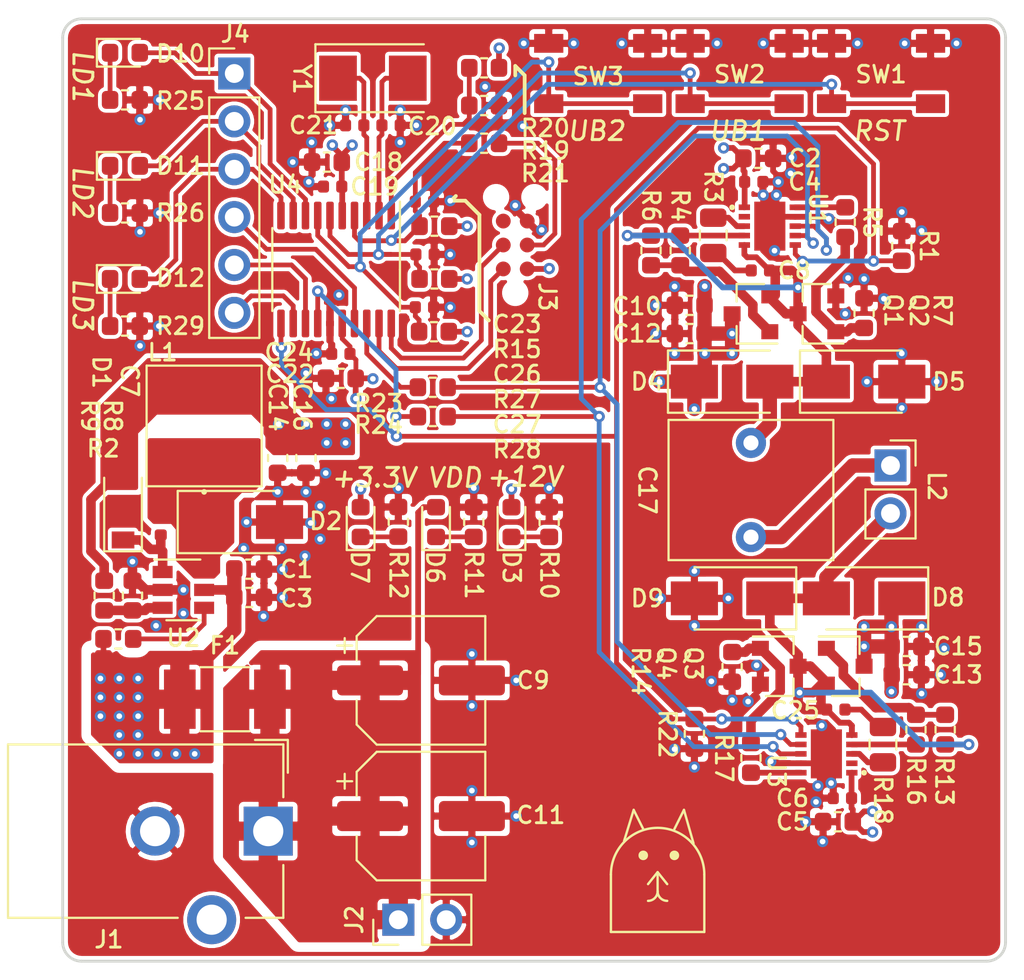
<source format=kicad_pcb>
(kicad_pcb (version 20171130) (host pcbnew "(5.1.6)-1")
  (layers (0 F.Cu signal) (1 GND.Cu power hide) (2 PWR.Cu power hide) (31 B.Cu signal hide) (34 B.Paste user) (35 F.Paste user) (36 B.SilkS user) (37 F.SilkS user) (38 B.Mask user) (39 F.Mask user) (44 Edge.Cuts user))
  (net 0 "")
  (net 1 GND)
  (net 2 +12V)
  (net 3 "Net-(C7-Pad2)")
  (net 4 /VSW+)
  (net 5 "Net-(C8-Pad2)")
  (net 6 VDD)
  (net 7 +3V3)
  (net 8 "Net-(C23-Pad1)")
  (net 9 /VSW-)
  (net 10 "Net-(C27-Pad1)")
  (net 11 "Net-(J1-Pad3)")
  (net 12 /SWDIO)
  (net 13 "Net-(J3-Pad6)")
  (net 14 /SWCLK)
  (net 15 "Net-(J3-Pad3)")
  (net 16 "Net-(Q1-Pad1)")
  (net 17 "Net-(Q2-Pad1)")
  (net 18 "Net-(Q3-Pad1)")
  (net 19 "Net-(Q4-Pad1)")
  (net 20 /GD_EN)
  (net 21 "Net-(R2-Pad2)")
  (net 22 "Net-(R3-Pad1)")
  (net 23 /HO_A)
  (net 24 /LO_A)
  (net 25 "Net-(R8-Pad2)")
  (net 26 /HO_B)
  (net 27 /LO_B)
  (net 28 /HIN)
  (net 29 /LIN)
  (net 30 "Net-(U1-Pad2)")
  (net 31 "Net-(U3-Pad2)")
  (net 32 "Net-(C7-Pad1)")
  (net 33 "Net-(C21-Pad1)")
  (net 34 "Net-(D3-Pad1)")
  (net 35 "Net-(D6-Pad1)")
  (net 36 "Net-(D7-Pad1)")
  (net 37 /LD1)
  (net 38 "Net-(D10-Pad1)")
  (net 39 /LD2)
  (net 40 "Net-(D11-Pad1)")
  (net 41 /LD3)
  (net 42 "Net-(D12-Pad1)")
  (net 43 "Net-(R18-Pad1)")
  (net 44 "Net-(R19-Pad2)")
  (net 45 "Net-(R23-Pad2)")
  (net 46 "Net-(R24-Pad2)")
  (net 47 /EX1)
  (net 48 /EX2)
  (net 49 /EX3)
  (net 50 "Net-(C17-Pad1)")
  (net 51 "Net-(C20-Pad1)")
  (net 52 "Net-(C25-Pad2)")
  (net 53 "Net-(C26-Pad1)")
  (module LOGOS:ANDREW_CAT (layer F.Cu) (at 157.55 121.45)
    (fp_text reference REF** hide)
    (fp_text value ANDREW_CAT hide)
  )
  (module Connector_PinSocket_2.54mm:PinSocket_1x02_P2.54mm_Vertical (layer F.Cu) (at 169.9 96.7)
    (fp_text reference L2 (at 2.45 1.1 270 unlocked) (layer F.SilkS) (effects (font (size 0.889 0.889) (thickness 0.1524))))
    (fp_text value COIL)
    (pad 2 thru_hole oval (at 0 2.54) (size 1.7 1.7) (drill 1) (layers *.Cu *.Mask) (net 9 /VSW-))
    (pad 1 thru_hole rect (at 0 0) (size 1.7 1.7) (drill 1) (layers *.Cu *.Mask) (net 50 "Net-(C17-Pad1)"))
  )
  (module Resistor_SMD:R_0603_1608Metric (layer F.Cu) (at 145.7125 86.8 180)
    (fp_text reference R27 (at -4.3875 -6.39 unlocked) (layer F.SilkS) (effects (font (size 0.889 0.889) (thickness 0.1524))))
    (fp_text value 10k)
    (pad 2 smd roundrect (at 0.7875 0 180) (size 0.875 0.95) (layers F.Cu F.Paste F.Mask) (net 53 "Net-(C26-Pad1)"))
    (pad 1 smd roundrect (at -0.7875 0 180) (size 0.875 0.95) (layers F.Cu F.Paste F.Mask) (net 7 +3V3))
  )
  (module Capacitor_SMD:C_0402_1005Metric (layer F.Cu) (at 163 86.35 180)
    (fp_text reference C8 (at -1.8 0 unlocked) (layer F.SilkS) (effects (font (size 0.889 0.889) (thickness 0.1524))))
    (fp_text value 100nF)
    (pad 2 smd roundrect (at 0.485 0 180) (size 0.59 0.64) (layers F.Cu F.Paste F.Mask) (net 5 "Net-(C8-Pad2)"))
    (pad 1 smd roundrect (at -0.485 0 180) (size 0.59 0.64) (layers F.Cu F.Paste F.Mask) (net 4 /VSW+))
  )
  (module Capacitor_SMD:C_0402_1005Metric (layer F.Cu) (at 131.2 99.9 90)
    (fp_text reference C7 (at 7.7 -1.65 270 unlocked) (layer F.SilkS) (effects (font (size 0.889 0.889) (thickness 0.1524))))
    (fp_text value 100nF)
    (pad 2 smd roundrect (at 0.485 0 90) (size 0.59 0.64) (layers F.Cu F.Paste F.Mask) (net 3 "Net-(C7-Pad2)"))
    (pad 1 smd roundrect (at -0.485 0 90) (size 0.59 0.64) (layers F.Cu F.Paste F.Mask) (net 32 "Net-(C7-Pad1)"))
  )
  (module Capacitor_SMD:C_0402_1005Metric (layer F.Cu) (at 167.35 114.35 180)
    (fp_text reference C6 (at 2.65 0 unlocked) (layer F.SilkS) (effects (font (size 0.889 0.889) (thickness 0.1524))))
    (fp_text value 100nF)
    (pad 2 smd roundrect (at 0.485 0 180) (size 0.59 0.64) (layers F.Cu F.Paste F.Mask) (net 1 GND))
    (pad 1 smd roundrect (at -0.485 0 180) (size 0.59 0.64) (layers F.Cu F.Paste F.Mask) (net 2 +12V))
  )
  (module Resistor_SMD:R_0805_2012Metric (layer F.Cu) (at 169.5 111.5125 90)
    (fp_text reference R18 (at -2.9375 0 270 unlocked) (layer F.SilkS) (effects (font (size 0.889 0.889) (thickness 0.1524))))
    (fp_text value 10)
    (pad 2 smd roundrect (at 0.9375 0 90) (size 0.975 1.4) (layers F.Cu F.Paste F.Mask) (net 52 "Net-(C25-Pad2)"))
    (pad 1 smd roundrect (at -0.9375 0 90) (size 0.975 1.4) (layers F.Cu F.Paste F.Mask) (net 43 "Net-(R18-Pad1)"))
  )
  (module Resistor_SMD:R_0805_2012Metric (layer F.Cu) (at 160.5 84.4875 270)
    (fp_text reference R3 (at -2.5875 0 270 unlocked) (layer F.SilkS) (effects (font (size 0.889 0.889) (thickness 0.1524))))
    (fp_text value 10)
    (pad 2 smd roundrect (at 0.9375 0 270) (size 0.975 1.4) (layers F.Cu F.Paste F.Mask) (net 5 "Net-(C8-Pad2)"))
    (pad 1 smd roundrect (at -0.9375 0 270) (size 0.975 1.4) (layers F.Cu F.Paste F.Mask) (net 22 "Net-(R3-Pad1)"))
  )
  (module Crystal:Crystal_SMD_5032-2Pin_5.0x3.2mm (layer F.Cu) (at 142.45 76.15)
    (fp_text reference Y1 (at -3.75 0.05 270 unlocked) (layer F.SilkS) (effects (font (size 0.889 0.889) (thickness 0.1524))))
    (fp_text value 8MHz)
    (pad 2 smd rect (at 1.85 0) (size 2 2.4) (layers F.Cu F.Paste F.Mask) (net 51 "Net-(C20-Pad1)"))
    (pad 1 smd rect (at -1.85 0) (size 2 2.4) (layers F.Cu F.Paste F.Mask) (net 33 "Net-(C21-Pad1)"))
  )
  (module Resistor_SMD:R_0603_1608Metric (layer F.Cu) (at 129.3 89.3)
    (fp_text reference R29 (at 2.95 0 unlocked) (layer F.SilkS) (effects (font (size 0.889 0.889) (thickness 0.1524))))
    (fp_text value 680)
    (pad 2 smd roundrect (at 0.7875 0) (size 0.875 0.95) (layers F.Cu F.Paste F.Mask) (net 1 GND))
    (pad 1 smd roundrect (at -0.7875 0) (size 0.875 0.95) (layers F.Cu F.Paste F.Mask) (net 42 "Net-(D12-Pad1)"))
  )
  (module Resistor_SMD:R_0603_1608Metric (layer F.Cu) (at 129.3 83.3)
    (fp_text reference R26 (at 2.95 0 unlocked) (layer F.SilkS) (effects (font (size 0.889 0.889) (thickness 0.1524))))
    (fp_text value 680)
    (pad 2 smd roundrect (at 0.7875 0) (size 0.875 0.95) (layers F.Cu F.Paste F.Mask) (net 1 GND))
    (pad 1 smd roundrect (at -0.7875 0) (size 0.875 0.95) (layers F.Cu F.Paste F.Mask) (net 40 "Net-(D11-Pad1)"))
  )
  (module Resistor_SMD:R_0603_1608Metric (layer F.Cu) (at 129.3 77.3)
    (fp_text reference R25 (at 2.95 0.05 unlocked) (layer F.SilkS) (effects (font (size 0.889 0.889) (thickness 0.1524))))
    (fp_text value 680)
    (pad 2 smd roundrect (at 0.7875 0) (size 0.875 0.95) (layers F.Cu F.Paste F.Mask) (net 1 GND))
    (pad 1 smd roundrect (at -0.7875 0) (size 0.875 0.95) (layers F.Cu F.Paste F.Mask) (net 38 "Net-(D10-Pad1)"))
  )
  (module Resistor_SMD:R_0603_1608Metric (layer F.Cu) (at 143.8 99.6875 90)
    (fp_text reference R12 (at -2.8125 0 270 unlocked) (layer F.SilkS) (effects (font (size 0.889 0.889) (thickness 0.1524))))
    (fp_text value 680)
    (pad 2 smd roundrect (at 0.7875 0 90) (size 0.875 0.95) (layers F.Cu F.Paste F.Mask) (net 1 GND))
    (pad 1 smd roundrect (at -0.7875 0 90) (size 0.875 0.95) (layers F.Cu F.Paste F.Mask) (net 36 "Net-(D7-Pad1)"))
  )
  (module Resistor_SMD:R_0603_1608Metric (layer F.Cu) (at 147.8 99.7 90)
    (fp_text reference R11 (at -2.8 0 270 unlocked) (layer F.SilkS) (effects (font (size 0.889 0.889) (thickness 0.1524))))
    (fp_text value 4.7k)
    (pad 2 smd roundrect (at 0.7875 0 90) (size 0.875 0.95) (layers F.Cu F.Paste F.Mask) (net 1 GND))
    (pad 1 smd roundrect (at -0.7875 0 90) (size 0.875 0.95) (layers F.Cu F.Paste F.Mask) (net 35 "Net-(D6-Pad1)"))
  )
  (module Resistor_SMD:R_0603_1608Metric (layer F.Cu) (at 151.8 99.7 90)
    (fp_text reference R10 (at -2.8 0 270 unlocked) (layer F.SilkS) (effects (font (size 0.889 0.889) (thickness 0.1524))))
    (fp_text value 4.7k)
    (pad 2 smd roundrect (at 0.7875 0 90) (size 0.875 0.95) (layers F.Cu F.Paste F.Mask) (net 1 GND))
    (pad 1 smd roundrect (at -0.7875 0 90) (size 0.875 0.95) (layers F.Cu F.Paste F.Mask) (net 34 "Net-(D3-Pad1)"))
  )
  (module LED_SMD:LED_0603_1608Metric (layer F.Cu) (at 129.3 86.8)
    (fp_text reference D12 (at 2.95 -0.05 unlocked) (layer F.SilkS) (effects (font (size 0.889 0.889) (thickness 0.1524))))
    (fp_text value GRN)
    (pad 2 smd roundrect (at 0.7875 0) (size 0.875 0.95) (layers F.Cu F.Paste F.Mask) (net 41 /LD3))
    (pad 1 smd roundrect (at -0.7875 0) (size 0.875 0.95) (layers F.Cu F.Paste F.Mask) (net 42 "Net-(D12-Pad1)"))
  )
  (module LED_SMD:LED_0603_1608Metric (layer F.Cu) (at 129.3 80.8)
    (fp_text reference D11 (at 2.95 0 unlocked) (layer F.SilkS) (effects (font (size 0.889 0.889) (thickness 0.1524))))
    (fp_text value GRN)
    (pad 2 smd roundrect (at 0.7875 0) (size 0.875 0.95) (layers F.Cu F.Paste F.Mask) (net 39 /LD2))
    (pad 1 smd roundrect (at -0.7875 0) (size 0.875 0.95) (layers F.Cu F.Paste F.Mask) (net 40 "Net-(D11-Pad1)"))
  )
  (module LED_SMD:LED_0603_1608Metric (layer F.Cu) (at 129.3 74.8)
    (fp_text reference D10 (at 2.95 0.05 unlocked) (layer F.SilkS) (effects (font (size 0.889 0.889) (thickness 0.1524))))
    (fp_text value GRN)
    (pad 2 smd roundrect (at 0.7875 0) (size 0.875 0.95) (layers F.Cu F.Paste F.Mask) (net 37 /LD1))
    (pad 1 smd roundrect (at -0.7875 0) (size 0.875 0.95) (layers F.Cu F.Paste F.Mask) (net 38 "Net-(D10-Pad1)"))
  )
  (module LED_SMD:LED_0603_1608Metric (layer F.Cu) (at 141.8 99.7 90)
    (fp_text reference D7 (at -2.4 -0.05 270 unlocked) (layer F.SilkS) (effects (font (size 0.889 0.889) (thickness 0.1524))))
    (fp_text value GRN)
    (pad 2 smd roundrect (at 0.7875 0 90) (size 0.875 0.95) (layers F.Cu F.Paste F.Mask) (net 7 +3V3))
    (pad 1 smd roundrect (at -0.7875 0 90) (size 0.875 0.95) (layers F.Cu F.Paste F.Mask) (net 36 "Net-(D7-Pad1)"))
  )
  (module LED_SMD:LED_0603_1608Metric (layer F.Cu) (at 145.8 99.7 90)
    (fp_text reference D6 (at -2.4 -0.05 270 unlocked) (layer F.SilkS) (effects (font (size 0.889 0.889) (thickness 0.1524))))
    (fp_text value GRN)
    (pad 2 smd roundrect (at 0.7875 0 90) (size 0.875 0.95) (layers F.Cu F.Paste F.Mask) (net 6 VDD))
    (pad 1 smd roundrect (at -0.7875 0 90) (size 0.875 0.95) (layers F.Cu F.Paste F.Mask) (net 35 "Net-(D6-Pad1)"))
  )
  (module LED_SMD:LED_0603_1608Metric (layer F.Cu) (at 149.8 99.7 90)
    (fp_text reference D3 (at -2.4 0 270 unlocked) (layer F.SilkS) (effects (font (size 0.889 0.889) (thickness 0.1524))))
    (fp_text value GRN)
    (pad 2 smd roundrect (at 0.7875 0 90) (size 0.875 0.95) (layers F.Cu F.Paste F.Mask) (net 2 +12V))
    (pad 1 smd roundrect (at -0.7875 0 90) (size 0.875 0.95) (layers F.Cu F.Paste F.Mask) (net 34 "Net-(D3-Pad1)"))
  )
  (module Package_SO:TSSOP-20_4.4x6.5mm_P0.65mm (layer F.Cu) (at 140.5 86.3 270)
    (fp_text reference U4 (at -4.5 2.7 unlocked) (layer F.SilkS) (effects (font (size 0.889 0.889) (thickness 0.1524))))
    (fp_text value STM32F070F6P6)
    (pad 20 smd roundrect (at 2.8625 -2.925 270) (size 1.475 0.4) (layers F.Cu F.Paste F.Mask) (net 14 /SWCLK))
    (pad 19 smd roundrect (at 2.8625 -2.275 270) (size 1.475 0.4) (layers F.Cu F.Paste F.Mask) (net 12 /SWDIO))
    (pad 18 smd roundrect (at 2.8625 -1.625 270) (size 1.475 0.4) (layers F.Cu F.Paste F.Mask) (net 45 "Net-(R23-Pad2)"))
    (pad 17 smd roundrect (at 2.8625 -0.975 270) (size 1.475 0.4) (layers F.Cu F.Paste F.Mask) (net 49 /EX3))
    (pad 16 smd roundrect (at 2.8625 -0.325 270) (size 1.475 0.4) (layers F.Cu F.Paste F.Mask) (net 7 +3V3))
    (pad 15 smd roundrect (at 2.8625 0.325 270) (size 1.475 0.4) (layers F.Cu F.Paste F.Mask) (net 1 GND))
    (pad 14 smd roundrect (at 2.8625 0.975 270) (size 1.475 0.4) (layers F.Cu F.Paste F.Mask) (net 46 "Net-(R24-Pad2)"))
    (pad 13 smd roundrect (at 2.8625 1.625 270) (size 1.475 0.4) (layers F.Cu F.Paste F.Mask) (net 48 /EX2))
    (pad 12 smd roundrect (at 2.8625 2.275 270) (size 1.475 0.4) (layers F.Cu F.Paste F.Mask) (net 47 /EX1))
    (pad 11 smd roundrect (at 2.8625 2.925 270) (size 1.475 0.4) (layers F.Cu F.Paste F.Mask) (net 20 /GD_EN))
    (pad 10 smd roundrect (at -2.8625 2.925 270) (size 1.475 0.4) (layers F.Cu F.Paste F.Mask) (net 41 /LD3))
    (pad 9 smd roundrect (at -2.8625 2.275 270) (size 1.475 0.4) (layers F.Cu F.Paste F.Mask) (net 39 /LD2))
    (pad 8 smd roundrect (at -2.8625 1.625 270) (size 1.475 0.4) (layers F.Cu F.Paste F.Mask) (net 37 /LD1))
    (pad 7 smd roundrect (at -2.8625 0.975 270) (size 1.475 0.4) (layers F.Cu F.Paste F.Mask) (net 10 "Net-(C27-Pad1)"))
    (pad 6 smd roundrect (at -2.8625 0.325 270) (size 1.475 0.4) (layers F.Cu F.Paste F.Mask) (net 53 "Net-(C26-Pad1)"))
    (pad 5 smd roundrect (at -2.8625 -0.325 270) (size 1.475 0.4) (layers F.Cu F.Paste F.Mask) (net 7 +3V3))
    (pad 4 smd roundrect (at -2.8625 -0.975 270) (size 1.475 0.4) (layers F.Cu F.Paste F.Mask) (net 8 "Net-(C23-Pad1)"))
    (pad 3 smd roundrect (at -2.8625 -1.625 270) (size 1.475 0.4) (layers F.Cu F.Paste F.Mask) (net 33 "Net-(C21-Pad1)"))
    (pad 2 smd roundrect (at -2.8625 -2.275 270) (size 1.475 0.4) (layers F.Cu F.Paste F.Mask) (net 51 "Net-(C20-Pad1)"))
    (pad 1 smd roundrect (at -2.8625 -2.925 270) (size 1.475 0.4) (layers F.Cu F.Paste F.Mask) (net 44 "Net-(R19-Pad2)"))
  )
  (module MyParts:W-DFN3030-10 (layer F.Cu) (at 166.5 112 270)
    (fp_text reference U3 (at 0.9 2.65 270 unlocked) (layer F.SilkS) (effects (font (size 0.889 0.889) (thickness 0.1524))))
    (fp_text value DGD05473)
    (pad 10 smd rect (at 1 1.35 270) (size 0.3 0.6) (layers F.Cu F.Paste F.Mask) (net 27 /LO_B))
    (pad 9 smd rect (at 0.5 1.35 270) (size 0.3 0.6) (layers F.Cu F.Paste F.Mask) (net 1 GND))
    (pad 8 smd rect (at 0 1.35 270) (size 0.3 0.6) (layers F.Cu F.Paste F.Mask) (net 29 /LIN))
    (pad 7 smd rect (at -0.5 1.35 270) (size 0.3 0.6) (layers F.Cu F.Paste F.Mask) (net 28 /HIN))
    (pad 6 smd rect (at -1 1.35 270) (size 0.3 0.6) (layers F.Cu F.Paste F.Mask) (net 20 /GD_EN))
    (pad 5 smd rect (at -1 -1.35 270) (size 0.3 0.6) (layers F.Cu F.Paste F.Mask) (net 9 /VSW-))
    (pad 4 smd rect (at -0.5 -1.35 270) (size 0.3 0.6) (layers F.Cu F.Paste F.Mask) (net 26 /HO_B))
    (pad 3 smd rect (at 0 -1.35 270) (size 0.3 0.6) (layers F.Cu F.Paste F.Mask) (net 43 "Net-(R18-Pad1)"))
    (pad 2 smd rect (at 0.5 -1.35 270) (size 0.3 0.6) (layers F.Cu F.Paste F.Mask) (net 31 "Net-(U3-Pad2)"))
    (pad 1 smd rect (at 1 -1.35 270) (size 0.3 0.6) (layers F.Cu F.Paste F.Mask) (net 2 +12V))
    (pad PAD smd rect (at 0 0 270) (size 2.6 1.65) (layers F.Cu F.Paste F.Mask) (net 1 GND) (thermal_gap 0.254))
  )
  (module Package_TO_SOT_SMD:SOT-23-6 (layer F.Cu) (at 132.4 103.3)
    (fp_text reference U2 (at 0 2.55 unlocked) (layer F.SilkS) (effects (font (size 0.889 0.889) (thickness 0.1524))))
    (fp_text value MCP16331)
    (pad 5 smd rect (at 1.1 0) (size 1.06 0.65) (layers F.Cu F.Paste F.Mask) (net 2 +12V))
    (pad 6 smd rect (at 1.1 -0.95) (size 1.06 0.65) (layers F.Cu F.Paste F.Mask) (net 3 "Net-(C7-Pad2)"))
    (pad 4 smd rect (at 1.1 0.95) (size 1.06 0.65) (layers F.Cu F.Paste F.Mask) (net 21 "Net-(R2-Pad2)"))
    (pad 3 smd rect (at -1.1 0.95) (size 1.06 0.65) (layers F.Cu F.Paste F.Mask) (net 25 "Net-(R8-Pad2)"))
    (pad 2 smd rect (at -1.1 0) (size 1.06 0.65) (layers F.Cu F.Paste F.Mask) (net 1 GND))
    (pad 1 smd rect (at -1.1 -0.95) (size 1.06 0.65) (layers F.Cu F.Paste F.Mask) (net 32 "Net-(C7-Pad1)"))
  )
  (module MyParts:W-DFN3030-10 (layer F.Cu) (at 163.5 84 90)
    (fp_text reference U1 (at 0.9 2.55 270 unlocked) (layer F.SilkS) (effects (font (size 0.889 0.889) (thickness 0.1524))))
    (fp_text value DGD05473)
    (pad 10 smd rect (at 1 1.35 90) (size 0.3 0.6) (layers F.Cu F.Paste F.Mask) (net 24 /LO_A))
    (pad 9 smd rect (at 0.5 1.35 90) (size 0.3 0.6) (layers F.Cu F.Paste F.Mask) (net 1 GND))
    (pad 8 smd rect (at 0 1.35 90) (size 0.3 0.6) (layers F.Cu F.Paste F.Mask) (net 29 /LIN))
    (pad 7 smd rect (at -0.5 1.35 90) (size 0.3 0.6) (layers F.Cu F.Paste F.Mask) (net 28 /HIN))
    (pad 6 smd rect (at -1 1.35 90) (size 0.3 0.6) (layers F.Cu F.Paste F.Mask) (net 20 /GD_EN))
    (pad 5 smd rect (at -1 -1.35 90) (size 0.3 0.6) (layers F.Cu F.Paste F.Mask) (net 4 /VSW+))
    (pad 4 smd rect (at -0.5 -1.35 90) (size 0.3 0.6) (layers F.Cu F.Paste F.Mask) (net 23 /HO_A))
    (pad 3 smd rect (at 0 -1.35 90) (size 0.3 0.6) (layers F.Cu F.Paste F.Mask) (net 22 "Net-(R3-Pad1)"))
    (pad 2 smd rect (at 0.5 -1.35 90) (size 0.3 0.6) (layers F.Cu F.Paste F.Mask) (net 30 "Net-(U1-Pad2)"))
    (pad 1 smd rect (at 1 -1.35 90) (size 0.3 0.6) (layers F.Cu F.Paste F.Mask) (net 2 +12V))
    (pad PAD smd rect (at 0 0 90) (size 2.6 1.65) (layers F.Cu F.Paste F.Mask) (net 1 GND) (thermal_gap 0.254))
  )
  (module MyParts:PTS647 (layer F.Cu) (at 154.4 75.9)
    (fp_text reference SW3 (at 0 0.15 unlocked) (layer F.SilkS) (effects (font (size 0.889 0.889) (thickness 0.1524))))
    (fp_text value BTN_USR2)
    (pad 2 smd rect (at 2.625 1.6) (size 1.55 1) (layers F.Cu F.Paste F.Mask) (net 10 "Net-(C27-Pad1)"))
    (pad 2 smd rect (at -2.625 1.6) (size 1.55 1) (layers F.Cu F.Paste F.Mask) (net 10 "Net-(C27-Pad1)"))
    (pad 1 smd rect (at 2.625 -1.6) (size 1.55 1) (layers F.Cu F.Paste F.Mask) (net 1 GND))
    (pad 1 smd rect (at -2.625 -1.6) (size 1.55 1) (layers F.Cu F.Paste F.Mask) (net 1 GND))
  )
  (module MyParts:PTS647 (layer F.Cu) (at 161.9 75.9)
    (fp_text reference SW2 (at 0 0.05 unlocked) (layer F.SilkS) (effects (font (size 0.889 0.889) (thickness 0.1524))))
    (fp_text value BTN_USR1)
    (pad 2 smd rect (at 2.625 1.6) (size 1.55 1) (layers F.Cu F.Paste F.Mask) (net 53 "Net-(C26-Pad1)"))
    (pad 2 smd rect (at -2.625 1.6) (size 1.55 1) (layers F.Cu F.Paste F.Mask) (net 53 "Net-(C26-Pad1)"))
    (pad 1 smd rect (at 2.625 -1.6) (size 1.55 1) (layers F.Cu F.Paste F.Mask) (net 1 GND))
    (pad 1 smd rect (at -2.625 -1.6) (size 1.55 1) (layers F.Cu F.Paste F.Mask) (net 1 GND))
  )
  (module MyParts:PTS647 (layer F.Cu) (at 169.4 75.9)
    (fp_text reference SW1 (at 0 0.05 unlocked) (layer F.SilkS) (effects (font (size 0.889 0.889) (thickness 0.1524))))
    (fp_text value BTN_RST)
    (pad 2 smd rect (at 2.625 1.6) (size 1.55 1) (layers F.Cu F.Paste F.Mask) (net 8 "Net-(C23-Pad1)"))
    (pad 2 smd rect (at -2.625 1.6) (size 1.55 1) (layers F.Cu F.Paste F.Mask) (net 8 "Net-(C23-Pad1)"))
    (pad 1 smd rect (at 2.625 -1.6) (size 1.55 1) (layers F.Cu F.Paste F.Mask) (net 1 GND))
    (pad 1 smd rect (at -2.625 -1.6) (size 1.55 1) (layers F.Cu F.Paste F.Mask) (net 1 GND))
  )
  (module Resistor_SMD:R_0603_1608Metric (layer F.Cu) (at 145.6875 89.6 180)
    (fp_text reference R28 (at -4.4125 -6.25 unlocked) (layer F.SilkS) (effects (font (size 0.889 0.889) (thickness 0.1524))))
    (fp_text value 10k)
    (pad 2 smd roundrect (at 0.7875 0 180) (size 0.875 0.95) (layers F.Cu F.Paste F.Mask) (net 10 "Net-(C27-Pad1)"))
    (pad 1 smd roundrect (at -0.7875 0 180) (size 0.875 0.95) (layers F.Cu F.Paste F.Mask) (net 7 +3V3))
  )
  (module Resistor_SMD:R_0603_1608Metric (layer F.Cu) (at 145.625 94.1 180)
    (fp_text reference R24 (at 2.875 -0.45 unlocked) (layer F.SilkS) (effects (font (size 0.889 0.889) (thickness 0.1524))))
    (fp_text value 0)
    (pad 2 smd roundrect (at 0.7875 0 180) (size 0.875 0.95) (layers F.Cu F.Paste F.Mask) (net 46 "Net-(R24-Pad2)"))
    (pad 1 smd roundrect (at -0.7875 0 180) (size 0.875 0.95) (layers F.Cu F.Paste F.Mask) (net 29 /LIN))
  )
  (module Resistor_SMD:R_0603_1608Metric (layer F.Cu) (at 145.625 92.55 180)
    (fp_text reference R23 (at 2.875 -0.85 unlocked) (layer F.SilkS) (effects (font (size 0.889 0.889) (thickness 0.1524))))
    (fp_text value 0)
    (pad 2 smd roundrect (at 0.7875 0 180) (size 0.875 0.95) (layers F.Cu F.Paste F.Mask) (net 45 "Net-(R23-Pad2)"))
    (pad 1 smd roundrect (at -0.7875 0 180) (size 0.875 0.95) (layers F.Cu F.Paste F.Mask) (net 28 /HIN))
  )
  (module Resistor_SMD:R_0603_1608Metric (layer F.Cu) (at 159.5 110.9375 90)
    (fp_text reference R22 (at 0 -1.43 270 unlocked) (layer F.SilkS) (effects (font (size 0.889 0.889) (thickness 0.1524))))
    (fp_text value 10k)
    (pad 2 smd roundrect (at 0.7875 0 90) (size 0.875 0.95) (layers F.Cu F.Paste F.Mask) (net 20 /GD_EN))
    (pad 1 smd roundrect (at -0.7875 0 90) (size 0.875 0.95) (layers F.Cu F.Paste F.Mask) (net 1 GND))
  )
  (module Resistor_SMD:R_0603_1608Metric (layer F.Cu) (at 148.35 79.6 180)
    (fp_text reference R21 (at -3.25 -1.6 unlocked) (layer F.SilkS) (effects (font (size 0.889 0.889) (thickness 0.1524))))
    (fp_text value 0)
    (pad 2 smd roundrect (at 0.7875 0 180) (size 0.875 0.95) (layers F.Cu F.Paste F.Mask) (net 8 "Net-(C23-Pad1)"))
    (pad 1 smd roundrect (at -0.7875 0 180) (size 0.875 0.95) (layers F.Cu F.Paste F.Mask) (net 15 "Net-(J3-Pad3)"))
  )
  (module Resistor_SMD:R_0603_1608Metric (layer F.Cu) (at 148.35 77.6)
    (fp_text reference R20 (at 3.25 1.2 unlocked) (layer F.SilkS) (effects (font (size 0.889 0.889) (thickness 0.1524))))
    (fp_text value 10k)
    (pad 2 smd roundrect (at 0.7875 0) (size 0.875 0.95) (layers F.Cu F.Paste F.Mask) (net 1 GND))
    (pad 1 smd roundrect (at -0.7875 0) (size 0.875 0.95) (layers F.Cu F.Paste F.Mask) (net 44 "Net-(R19-Pad2)"))
  )
  (module Resistor_SMD:R_0603_1608Metric (layer F.Cu) (at 148.35 75.6 180)
    (fp_text reference R19 (at -3.25 -4.4 unlocked) (layer F.SilkS) (effects (font (size 0.889 0.889) (thickness 0.1524))))
    (fp_text value 10k)
    (pad 2 smd roundrect (at 0.7875 0 180) (size 0.875 0.95) (layers F.Cu F.Paste F.Mask) (net 44 "Net-(R19-Pad2)"))
    (pad 1 smd roundrect (at -0.7875 0 180) (size 0.875 0.95) (layers F.Cu F.Paste F.Mask) (net 7 +3V3))
  )
  (module Resistor_SMD:R_0603_1608Metric (layer F.Cu) (at 162.5 112.2125 90)
    (fp_text reference R17 (at 0 -1.43 270 unlocked) (layer F.SilkS) (effects (font (size 0.889 0.889) (thickness 0.1524))))
    (fp_text value 0)
    (pad 2 smd roundrect (at 0.7875 0 90) (size 0.875 0.95) (layers F.Cu F.Paste F.Mask) (net 19 "Net-(Q4-Pad1)"))
    (pad 1 smd roundrect (at -0.7875 0 90) (size 0.875 0.95) (layers F.Cu F.Paste F.Mask) (net 27 /LO_B))
  )
  (module Resistor_SMD:R_0603_1608Metric (layer F.Cu) (at 171.25 110.7125 90)
    (fp_text reference R16 (at -2.7375 0 270 unlocked) (layer F.SilkS) (effects (font (size 0.889 0.889) (thickness 0.1524))))
    (fp_text value 0)
    (pad 2 smd roundrect (at 0.7875 0 90) (size 0.875 0.95) (layers F.Cu F.Paste F.Mask) (net 18 "Net-(Q3-Pad1)"))
    (pad 1 smd roundrect (at -0.7875 0 90) (size 0.875 0.95) (layers F.Cu F.Paste F.Mask) (net 26 /HO_B))
  )
  (module Resistor_SMD:R_0603_1608Metric (layer F.Cu) (at 145.7125 84 180)
    (fp_text reference R15 (at -4.3875 -6.53 unlocked) (layer F.SilkS) (effects (font (size 0.889 0.889) (thickness 0.1524))))
    (fp_text value 10k)
    (pad 2 smd roundrect (at 0.7875 0 180) (size 0.875 0.95) (layers F.Cu F.Paste F.Mask) (net 8 "Net-(C23-Pad1)"))
    (pad 1 smd roundrect (at -0.7875 0 180) (size 0.875 0.95) (layers F.Cu F.Paste F.Mask) (net 7 +3V3))
  )
  (module Resistor_SMD:R_0603_1608Metric (layer F.Cu) (at 161.5 107.3875 270)
    (fp_text reference R14 (at 0.214666 4.85 270 unlocked) (layer F.SilkS) (effects (font (size 0.889 0.889) (thickness 0.1524))))
    (fp_text value 500k)
    (pad 2 smd roundrect (at 0.7875 0 270) (size 0.875 0.95) (layers F.Cu F.Paste F.Mask) (net 1 GND))
    (pad 1 smd roundrect (at -0.7875 0 270) (size 0.875 0.95) (layers F.Cu F.Paste F.Mask) (net 19 "Net-(Q4-Pad1)"))
  )
  (module Resistor_SMD:R_0603_1608Metric (layer F.Cu) (at 172.8 110.7125 270)
    (fp_text reference R13 (at 2.7375 0.05 270 unlocked) (layer F.SilkS) (effects (font (size 0.889 0.889) (thickness 0.1524))))
    (fp_text value 500k)
    (pad 2 smd roundrect (at 0.7875 0 270) (size 0.875 0.95) (layers F.Cu F.Paste F.Mask) (net 9 /VSW-))
    (pad 1 smd roundrect (at -0.7875 0 270) (size 0.875 0.95) (layers F.Cu F.Paste F.Mask) (net 18 "Net-(Q3-Pad1)"))
  )
  (module Resistor_SMD:R_0603_1608Metric (layer F.Cu) (at 129.7 103.6 90)
    (fp_text reference R9 (at 9.55 -2.25 270 unlocked) (layer F.SilkS) (effects (font (size 0.889 0.889) (thickness 0.1524))))
    (fp_text value 10k)
    (pad 2 smd roundrect (at 0.7875 0 90) (size 0.875 0.95) (layers F.Cu F.Paste F.Mask) (net 1 GND))
    (pad 1 smd roundrect (at -0.7875 0 90) (size 0.875 0.95) (layers F.Cu F.Paste F.Mask) (net 25 "Net-(R8-Pad2)"))
  )
  (module Resistor_SMD:R_0603_1608Metric (layer F.Cu) (at 128.2 103.6 270)
    (fp_text reference R8 (at -9.55 -0.45 270 unlocked) (layer F.SilkS) (effects (font (size 0.889 0.889) (thickness 0.1524))))
    (fp_text value 31.6k)
    (pad 2 smd roundrect (at 0.7875 0 270) (size 0.875 0.95) (layers F.Cu F.Paste F.Mask) (net 25 "Net-(R8-Pad2)"))
    (pad 1 smd roundrect (at -0.7875 0 270) (size 0.875 0.95) (layers F.Cu F.Paste F.Mask) (net 7 +3V3))
  )
  (module Resistor_SMD:R_0603_1608Metric (layer F.Cu) (at 168.5 88.6125 90)
    (fp_text reference R7 (at 0.1625 4.15 270 unlocked) (layer F.SilkS) (effects (font (size 0.889 0.889) (thickness 0.1524))))
    (fp_text value 500k)
    (pad 2 smd roundrect (at 0.7875 0 90) (size 0.875 0.95) (layers F.Cu F.Paste F.Mask) (net 1 GND))
    (pad 1 smd roundrect (at -0.7875 0 90) (size 0.875 0.95) (layers F.Cu F.Paste F.Mask) (net 17 "Net-(Q2-Pad1)"))
  )
  (module Resistor_SMD:R_0603_1608Metric (layer F.Cu) (at 157.2 85.2875 90)
    (fp_text reference R6 (at 2.3875 0 270 unlocked) (layer F.SilkS) (effects (font (size 0.889 0.889) (thickness 0.1524))))
    (fp_text value 500k)
    (pad 2 smd roundrect (at 0.7875 0 90) (size 0.875 0.95) (layers F.Cu F.Paste F.Mask) (net 4 /VSW+))
    (pad 1 smd roundrect (at -0.7875 0 90) (size 0.875 0.95) (layers F.Cu F.Paste F.Mask) (net 16 "Net-(Q1-Pad1)"))
  )
  (module Resistor_SMD:R_0603_1608Metric (layer F.Cu) (at 167.5 83.7875 270)
    (fp_text reference R5 (at 0 -1.43 270 unlocked) (layer F.SilkS) (effects (font (size 0.889 0.889) (thickness 0.1524))))
    (fp_text value 0)
    (pad 2 smd roundrect (at 0.7875 0 270) (size 0.875 0.95) (layers F.Cu F.Paste F.Mask) (net 17 "Net-(Q2-Pad1)"))
    (pad 1 smd roundrect (at -0.7875 0 270) (size 0.875 0.95) (layers F.Cu F.Paste F.Mask) (net 24 /LO_A))
  )
  (module Resistor_SMD:R_0603_1608Metric (layer F.Cu) (at 158.75 85.2875 270)
    (fp_text reference R4 (at -2.3875 0 270 unlocked) (layer F.SilkS) (effects (font (size 0.889 0.889) (thickness 0.1524))))
    (fp_text value 0)
    (pad 2 smd roundrect (at 0.7875 0 270) (size 0.875 0.95) (layers F.Cu F.Paste F.Mask) (net 16 "Net-(Q1-Pad1)"))
    (pad 1 smd roundrect (at -0.7875 0 270) (size 0.875 0.95) (layers F.Cu F.Paste F.Mask) (net 23 /HO_A))
  )
  (module Resistor_SMD:R_0603_1608Metric (layer F.Cu) (at 128.95 105.9)
    (fp_text reference R2 (at -0.8 -10.1 unlocked) (layer F.SilkS) (effects (font (size 0.889 0.889) (thickness 0.1524))))
    (fp_text value 10k)
    (pad 2 smd roundrect (at 0.7875 0) (size 0.875 0.95) (layers F.Cu F.Paste F.Mask) (net 21 "Net-(R2-Pad2)"))
    (pad 1 smd roundrect (at -0.7875 0) (size 0.875 0.95) (layers F.Cu F.Paste F.Mask) (net 2 +12V))
  )
  (module Resistor_SMD:R_0603_1608Metric (layer F.Cu) (at 170.5 85.05 270)
    (fp_text reference R1 (at 0 -1.43 270 unlocked) (layer F.SilkS) (effects (font (size 0.889 0.889) (thickness 0.1524))))
    (fp_text value 10k)
    (pad 2 smd roundrect (at 0.7875 0 270) (size 0.875 0.95) (layers F.Cu F.Paste F.Mask) (net 20 /GD_EN))
    (pad 1 smd roundrect (at -0.7875 0 270) (size 0.875 0.95) (layers F.Cu F.Paste F.Mask) (net 1 GND))
  )
  (module Package_TO_SOT_SMD:SOT-23 (layer F.Cu) (at 164 107.35)
    (fp_text reference Q4 (at -6 -0.15 270 unlocked) (layer F.SilkS) (effects (font (size 0.889 0.889) (thickness 0.1524))))
    (fp_text value DMN3023L)
    (pad 3 smd rect (at 1 0) (size 0.9 0.8) (layers F.Cu F.Paste F.Mask) (net 9 /VSW-))
    (pad 2 smd rect (at -1 0.95) (size 0.9 0.8) (layers F.Cu F.Paste F.Mask) (net 1 GND))
    (pad 1 smd rect (at -1 -0.95) (size 0.9 0.8) (layers F.Cu F.Paste F.Mask) (net 19 "Net-(Q4-Pad1)"))
  )
  (module Package_TO_SOT_SMD:SOT-23 (layer F.Cu) (at 167.5 107.35)
    (fp_text reference Q3 (at -8.05 -0.15 270 unlocked) (layer F.SilkS) (effects (font (size 0.889 0.889) (thickness 0.1524))))
    (fp_text value DMN3023L)
    (pad 3 smd rect (at 1 0) (size 0.9 0.8) (layers F.Cu F.Paste F.Mask) (net 2 +12V))
    (pad 2 smd rect (at -1 0.95) (size 0.9 0.8) (layers F.Cu F.Paste F.Mask) (net 9 /VSW-))
    (pad 1 smd rect (at -1 -0.95) (size 0.9 0.8) (layers F.Cu F.Paste F.Mask) (net 18 "Net-(Q3-Pad1)"))
  )
  (module Package_TO_SOT_SMD:SOT-23 (layer F.Cu) (at 166 88.65 180)
    (fp_text reference Q2 (at -5.4 0.178833 270 unlocked) (layer F.SilkS) (effects (font (size 0.889 0.889) (thickness 0.1524))))
    (fp_text value DMN3023L)
    (pad 3 smd rect (at 1 0 180) (size 0.9 0.8) (layers F.Cu F.Paste F.Mask) (net 4 /VSW+))
    (pad 2 smd rect (at -1 0.95 180) (size 0.9 0.8) (layers F.Cu F.Paste F.Mask) (net 1 GND))
    (pad 1 smd rect (at -1 -0.95 180) (size 0.9 0.8) (layers F.Cu F.Paste F.Mask) (net 17 "Net-(Q2-Pad1)"))
  )
  (module Package_TO_SOT_SMD:SOT-23 (layer F.Cu) (at 162.5 88.65 180)
    (fp_text reference Q1 (at -7.55 0.178833 270 unlocked) (layer F.SilkS) (effects (font (size 0.889 0.889) (thickness 0.1524))))
    (fp_text value DMN3023L)
    (pad 3 smd rect (at 1 0 180) (size 0.9 0.8) (layers F.Cu F.Paste F.Mask) (net 2 +12V))
    (pad 2 smd rect (at -1 0.95 180) (size 0.9 0.8) (layers F.Cu F.Paste F.Mask) (net 4 /VSW+))
    (pad 1 smd rect (at -1 -0.95 180) (size 0.9 0.8) (layers F.Cu F.Paste F.Mask) (net 16 "Net-(Q1-Pad1)"))
  )
  (module MyParts:744042150 (layer F.Cu) (at 133.5 94.6 180)
    (fp_text reference L1 (at 2.2 3.9 unlocked) (layer F.SilkS) (effects (font (size 0.889 0.889) (thickness 0.1524))))
    (fp_text value 15uH)
    (pad 2 smd custom (at 0 2.35) (size 0.5 0.5) (layers F.Cu F.Paste F.Mask) (net 7 +3V3) (options (clearance outline) (anchor rect)) (primitives (gr_poly (pts (xy 2.65 1.55) (xy 1.65 1.55) (xy 1.5 1.25) (xy 1 0.75) (xy 0.5 0.55) (xy 0 0.5) (xy -0.5 0.55) (xy -1 0.75) (xy -1.5 1.25) (xy -1.65 1.55) (xy -2.65 1.55) (xy -2.65 -0.45) (xy 2.65 -0.45)) (width 0.0254))))
    (pad 1 smd custom (at 0 -2.35 180) (size 0.5 0.5) (layers F.Cu F.Paste F.Mask) (net 3 "Net-(C7-Pad2)") (options (clearance outline) (anchor rect)) (primitives (gr_poly (pts (xy 2.65 1.55) (xy 1.65 1.55) (xy 1.5 1.25) (xy 1 0.75) (xy 0.5 0.55) (xy 0 0.5) (xy -0.5 0.55) (xy -1 0.75) (xy -1.5 1.25) (xy -1.65 1.55) (xy -2.65 1.55) (xy -2.65 -0.45) (xy 2.65 -0.45)) (width 0.0254))))
  )
  (module Connector_PinHeader_2.54mm:PinHeader_1x06_P2.54mm_Vertical (layer F.Cu) (at 135.1 75.9)
    (fp_text reference J4 (at 0.05 -2.1 unlocked) (layer F.SilkS) (effects (font (size 0.889 0.889) (thickness 0.1524))))
    (fp_text value "0.1\" Header")
    (pad 6 thru_hole oval (at 0 12.7) (size 1.7 1.7) (drill 1) (layers *.Cu *.Mask) (net 47 /EX1))
    (pad 5 thru_hole oval (at 0 10.16) (size 1.7 1.7) (drill 1) (layers *.Cu *.Mask) (net 48 /EX2))
    (pad 4 thru_hole oval (at 0 7.62) (size 1.7 1.7) (drill 1) (layers *.Cu *.Mask) (net 49 /EX3))
    (pad 3 thru_hole oval (at 0 5.08) (size 1.7 1.7) (drill 1) (layers *.Cu *.Mask) (net 41 /LD3))
    (pad 2 thru_hole oval (at 0 2.54) (size 1.7 1.7) (drill 1) (layers *.Cu *.Mask) (net 39 /LD2))
    (pad 1 thru_hole rect (at 0 0) (size 1.7 1.7) (drill 1) (layers *.Cu *.Mask) (net 37 /LD1))
  )
  (module Tag-connect:TC2030-IDC-NL-FP (layer F.Cu) (at 150 85 90)
    (fp_text reference J3 (at -2.75 1.7 270 unlocked) (layer F.SilkS) (effects (font (size 0.889 0.889) (thickness 0.1524))))
    (fp_text value Tag-connect-NL)
    (pad "" np_thru_hole circle (at 2.54 1.016 90) (size 0.9906 0.9906) (drill 0.9906) (layers *.Cu *.Mask))
    (pad "" np_thru_hole circle (at 2.54 -1.016 90) (size 0.9906 0.9906) (drill 0.9906) (layers *.Cu *.Mask))
    (pad "" np_thru_hole circle (at -2.54 0 90) (size 0.9906 0.9906) (drill 0.9906) (layers *.Cu *.Mask))
    (pad 2 smd circle (at -1.27 -0.635 90) (size 0.7874 0.7874) (layers F.Cu F.Mask) (net 12 /SWDIO))
    (pad 1 smd circle (at -1.27 0.635 90) (size 0.7874 0.7874) (layers F.Cu F.Mask) (net 7 +3V3))
    (pad 6 smd circle (at 1.27 -0.635 90) (size 0.7874 0.7874) (layers F.Cu F.Mask) (net 13 "Net-(J3-Pad6)"))
    (pad 5 smd circle (at 1.27 0.635 90) (size 0.7874 0.7874) (layers F.Cu F.Mask) (net 1 GND))
    (pad 4 smd circle (at 0 -0.635 90) (size 0.7874 0.7874) (layers F.Cu F.Mask) (net 14 /SWCLK))
    (pad 3 smd circle (at 0 0.635 90) (size 0.7874 0.7874) (layers F.Cu F.Mask) (net 15 "Net-(J3-Pad3)"))
  )
  (module Connector_PinHeader_2.54mm:PinHeader_1x02_P2.54mm_Vertical (layer F.Cu) (at 143.8 120.8 90)
    (fp_text reference J2 (at 0 -2.33 90 unlocked) (layer F.SilkS) (effects (font (size 0.889 0.889) (thickness 0.1524))))
    (fp_text value "0.1\" Header")
    (pad 2 thru_hole oval (at 0 2.54 90) (size 1.7 1.7) (drill 1) (layers *.Cu *.Mask) (net 1 GND))
    (pad 1 thru_hole rect (at 0 0 90) (size 1.7 1.7) (drill 1) (layers *.Cu *.Mask) (net 6 VDD))
  )
  (module Connector_BarrelJack:BarrelJack_CUI_PJ-102AH_Horizontal (layer F.Cu) (at 136.9 116.1 270)
    (fp_text reference J1 (at 5.75 8.45 unlocked) (layer F.SilkS) (effects (font (size 0.889 0.889) (thickness 0.1524))))
    (fp_text value Barrel_Jack_Switch)
    (pad 3 thru_hole circle (at 4.7 3 270) (size 2.6 2.6) (drill 1.6) (layers *.Cu *.Mask) (net 11 "Net-(J1-Pad3)"))
    (pad 2 thru_hole circle (at 0 6 270) (size 2.6 2.6) (drill 1.6) (layers *.Cu *.Mask) (net 1 GND))
    (pad 1 thru_hole rect (at 0 0 270) (size 2.6 2.6) (drill 1.6) (layers *.Cu *.Mask) (net 6 VDD))
  )
  (module MyParts:miniSMDC110F_16-2 (layer F.Cu) (at 134.6 109.1)
    (fp_text reference F1 (at 0 -2.85 unlocked) (layer F.SilkS) (effects (font (size 0.889 0.889) (thickness 0.1524))))
    (fp_text value miniSMDC110F/16-2 hide)
    (pad 2 smd rect (at 2.39 0) (size 1.68 3.15) (layers F.Cu F.Paste F.Mask) (net 6 VDD))
    (pad 1 smd rect (at -2.39 0) (size 1.68 3.15) (layers F.Cu F.Paste F.Mask) (net 2 +12V))
  )
  (module Diode_SMD:D_SMA (layer F.Cu) (at 161.5 103.75 180)
    (fp_text reference D9 (at 4.5 0 unlocked) (layer F.SilkS) (effects (font (size 0.889 0.889) (thickness 0.1524))))
    (fp_text value B2100A)
    (pad 2 smd rect (at 2 0 180) (size 2.5 1.8) (layers F.Cu F.Paste F.Mask) (net 1 GND))
    (pad 1 smd rect (at -2 0 180) (size 2.5 1.8) (layers F.Cu F.Paste F.Mask) (net 9 /VSW-))
  )
  (module Diode_SMD:D_SMA (layer F.Cu) (at 168.5 103.75 180)
    (fp_text reference D8 (at -4.45 0.05 unlocked) (layer F.SilkS) (effects (font (size 0.889 0.889) (thickness 0.1524))))
    (fp_text value B2100A)
    (pad 2 smd rect (at 2 0 180) (size 2.5 1.8) (layers F.Cu F.Paste F.Mask) (net 9 /VSW-))
    (pad 1 smd rect (at -2 0 180) (size 2.5 1.8) (layers F.Cu F.Paste F.Mask) (net 2 +12V))
  )
  (module Diode_SMD:D_SMA (layer F.Cu) (at 168.5 92.25)
    (fp_text reference D5 (at 4.5 0 unlocked) (layer F.SilkS) (effects (font (size 0.889 0.889) (thickness 0.1524))))
    (fp_text value B2100A)
    (pad 2 smd rect (at 2 0) (size 2.5 1.8) (layers F.Cu F.Paste F.Mask) (net 1 GND))
    (pad 1 smd rect (at -2 0) (size 2.5 1.8) (layers F.Cu F.Paste F.Mask) (net 4 /VSW+))
  )
  (module Diode_SMD:D_SMA (layer F.Cu) (at 161.5 92.25)
    (fp_text reference D4 (at -4.5 0 unlocked) (layer F.SilkS) (effects (font (size 0.889 0.889) (thickness 0.1524))))
    (fp_text value B2100A)
    (pad 2 smd rect (at 2 0) (size 2.5 1.8) (layers F.Cu F.Paste F.Mask) (net 4 /VSW+))
    (pad 1 smd rect (at -2 0) (size 2.5 1.8) (layers F.Cu F.Paste F.Mask) (net 2 +12V))
  )
  (module Diode_SMD:D_SMA (layer F.Cu) (at 135.5 99.7)
    (fp_text reference D2 (at 4.45 -0.05 unlocked) (layer F.SilkS) (effects (font (size 0.889 0.889) (thickness 0.1524))))
    (fp_text value B2100A)
    (pad 2 smd rect (at 2 0) (size 2.5 1.8) (layers F.Cu F.Paste F.Mask) (net 1 GND))
    (pad 1 smd rect (at -2 0) (size 2.5 1.8) (layers F.Cu F.Paste F.Mask) (net 3 "Net-(C7-Pad2)"))
  )
  (module Diode_SMD:D_SOD-123 (layer F.Cu) (at 129.2 99 90)
    (fp_text reference D1 (at 7.25 -1.15 270 unlocked) (layer F.SilkS) (effects (font (size 0.889 0.889) (thickness 0.1524))))
    (fp_text value 1N4148W-7-F)
    (pad 2 smd rect (at 1.65 0 90) (size 0.9 1.2) (layers F.Cu F.Paste F.Mask) (net 7 +3V3))
    (pad 1 smd rect (at -1.65 0 90) (size 0.9 1.2) (layers F.Cu F.Paste F.Mask) (net 32 "Net-(C7-Pad1)"))
  )
  (module Capacitor_SMD:C_0402_1005Metric (layer F.Cu) (at 145.185 88.3)
    (fp_text reference C27 (at 4.915 6.22 unlocked) (layer F.SilkS) (effects (font (size 0.889 0.889) (thickness 0.1524))))
    (fp_text value 100nF)
    (pad 2 smd roundrect (at 0.485 0) (size 0.59 0.64) (layers F.Cu F.Paste F.Mask) (net 1 GND))
    (pad 1 smd roundrect (at -0.485 0) (size 0.59 0.64) (layers F.Cu F.Paste F.Mask) (net 10 "Net-(C27-Pad1)"))
  )
  (module Capacitor_SMD:C_0402_1005Metric (layer F.Cu) (at 145.215 85.5)
    (fp_text reference C26 (at 4.885 6.36 unlocked) (layer F.SilkS) (effects (font (size 0.889 0.889) (thickness 0.1524))))
    (fp_text value 100nF)
    (pad 2 smd roundrect (at 0.485 0) (size 0.59 0.64) (layers F.Cu F.Paste F.Mask) (net 1 GND))
    (pad 1 smd roundrect (at -0.485 0) (size 0.59 0.64) (layers F.Cu F.Paste F.Mask) (net 53 "Net-(C26-Pad1)"))
  )
  (module Capacitor_SMD:C_0402_1005Metric (layer F.Cu) (at 167 109.65)
    (fp_text reference C25 (at -2.15 0.05 unlocked) (layer F.SilkS) (effects (font (size 0.889 0.889) (thickness 0.1524))))
    (fp_text value 100nF)
    (pad 2 smd roundrect (at 0.485 0) (size 0.59 0.64) (layers F.Cu F.Paste F.Mask) (net 52 "Net-(C25-Pad2)"))
    (pad 1 smd roundrect (at -0.485 0) (size 0.59 0.64) (layers F.Cu F.Paste F.Mask) (net 9 /VSW-))
  )
  (module Capacitor_SMD:C_0402_1005Metric (layer F.Cu) (at 145.185 82.7)
    (fp_text reference C23 (at 4.915 6.5 unlocked) (layer F.SilkS) (effects (font (size 0.889 0.889) (thickness 0.1524))))
    (fp_text value 100nF)
    (pad 2 smd roundrect (at 0.485 0) (size 0.59 0.64) (layers F.Cu F.Paste F.Mask) (net 1 GND))
    (pad 1 smd roundrect (at -0.485 0) (size 0.59 0.64) (layers F.Cu F.Paste F.Mask) (net 8 "Net-(C23-Pad1)"))
  )
  (module Capacitor_SMD:C_0402_1005Metric (layer F.Cu) (at 141.485 78.65 180)
    (fp_text reference C21 (at 2.185 0 unlocked) (layer F.SilkS) (effects (font (size 0.889 0.889) (thickness 0.1524))))
    (fp_text value 20pF)
    (pad 2 smd roundrect (at 0.485 0 180) (size 0.59 0.64) (layers F.Cu F.Paste F.Mask) (net 1 GND))
    (pad 1 smd roundrect (at -0.485 0 180) (size 0.59 0.64) (layers F.Cu F.Paste F.Mask) (net 33 "Net-(C21-Pad1)"))
  )
  (module Capacitor_SMD:C_0402_1005Metric (layer F.Cu) (at 143.415 78.65)
    (fp_text reference C20 (at 2.185 0.05 unlocked) (layer F.SilkS) (effects (font (size 0.889 0.889) (thickness 0.1524))))
    (fp_text value 20pF)
    (pad 2 smd roundrect (at 0.485 0) (size 0.59 0.64) (layers F.Cu F.Paste F.Mask) (net 1 GND))
    (pad 1 smd roundrect (at -0.485 0) (size 0.59 0.64) (layers F.Cu F.Paste F.Mask) (net 51 "Net-(C20-Pad1)"))
  )
  (module Capacitor_SMD:C_0402_1005Metric (layer F.Cu) (at 140.75 90.775 180)
    (fp_text reference C24 (at 2.75 0.075 unlocked) (layer F.SilkS) (effects (font (size 0.889 0.889) (thickness 0.1524))))
    (fp_text value 100nF)
    (pad 2 smd roundrect (at 0.485 0 180) (size 0.59 0.64) (layers F.Cu F.Paste F.Mask) (net 1 GND))
    (pad 1 smd roundrect (at -0.485 0 180) (size 0.59 0.64) (layers F.Cu F.Paste F.Mask) (net 7 +3V3))
  )
  (module Capacitor_SMD:C_0402_1005Metric (layer F.Cu) (at 140.315 81.9 180)
    (fp_text reference C19 (at -2.235 0 unlocked) (layer F.SilkS) (effects (font (size 0.889 0.889) (thickness 0.1524))))
    (fp_text value 10nF)
    (pad 2 smd roundrect (at 0.485 0 180) (size 0.59 0.64) (layers F.Cu F.Paste F.Mask) (net 1 GND))
    (pad 1 smd roundrect (at -0.485 0 180) (size 0.59 0.64) (layers F.Cu F.Paste F.Mask) (net 7 +3V3))
  )
  (module Capacitor_SMD:C_0603_1608Metric (layer F.Cu) (at 140.75 92.075 180)
    (fp_text reference C22 (at 2.7 0.225 unlocked) (layer F.SilkS) (effects (font (size 0.889 0.889) (thickness 0.1524))))
    (fp_text value 4.7uF)
    (pad 2 smd roundrect (at 0.7875 0 180) (size 0.875 0.95) (layers F.Cu F.Paste F.Mask) (net 1 GND))
    (pad 1 smd roundrect (at -0.7875 0 180) (size 0.875 0.95) (layers F.Cu F.Paste F.Mask) (net 7 +3V3))
  )
  (module Capacitor_SMD:C_0603_1608Metric (layer F.Cu) (at 140.0125 80.6 180)
    (fp_text reference C18 (at -2.7375 0 unlocked) (layer F.SilkS) (effects (font (size 0.889 0.889) (thickness 0.1524))))
    (fp_text value 1uF)
    (pad 2 smd roundrect (at 0.7875 0 180) (size 0.875 0.95) (layers F.Cu F.Paste F.Mask) (net 1 GND))
    (pad 1 smd roundrect (at -0.7875 0 180) (size 0.875 0.95) (layers F.Cu F.Paste F.Mask) (net 7 +3V3))
  )
  (module Capacitor_THT:C_Rect_L7.2mm_W8.5mm_P5.00mm_FKP2_FKP2_MKS2_MKP2 (layer F.Cu) (at 162.5 100.5 90)
    (fp_text reference C17 (at 2.5 -5.5 270 unlocked) (layer F.SilkS) (effects (font (size 0.889 0.889) (thickness 0.1524))))
    (fp_text value 10nF)
    (pad 2 thru_hole circle (at 5 0 90) (size 1.6 1.6) (drill 0.8) (layers *.Cu *.Mask) (net 4 /VSW+))
    (pad 1 thru_hole circle (at 0 0 90) (size 1.6 1.6) (drill 0.8) (layers *.Cu *.Mask) (net 50 "Net-(C17-Pad1)"))
  )
  (module Capacitor_SMD:C_0603_1608Metric (layer F.Cu) (at 138.9 96.3 270)
    (fp_text reference C16 (at -2.7 0.2 270 unlocked) (layer F.SilkS) (effects (font (size 0.889 0.889) (thickness 0.1524))))
    (fp_text value 10uF)
    (pad 2 smd roundrect (at 0.7875 0 270) (size 0.875 0.95) (layers F.Cu F.Paste F.Mask) (net 1 GND))
    (pad 1 smd roundrect (at -0.7875 0 270) (size 0.875 0.95) (layers F.Cu F.Paste F.Mask) (net 7 +3V3))
  )
  (module Capacitor_SMD:C_0603_1608Metric (layer F.Cu) (at 137.4 96.3 270)
    (fp_text reference C14 (at -2.7 0 270 unlocked) (layer F.SilkS) (effects (font (size 0.889 0.889) (thickness 0.1524))))
    (fp_text value 10uF)
    (pad 2 smd roundrect (at 0.7875 0 270) (size 0.875 0.95) (layers F.Cu F.Paste F.Mask) (net 1 GND))
    (pad 1 smd roundrect (at -0.7875 0 270) (size 0.875 0.95) (layers F.Cu F.Paste F.Mask) (net 7 +3V3))
  )
  (module Capacitor_SMD:C_0603_1608Metric (layer F.Cu) (at 170.75 106.3)
    (fp_text reference C15 (at 2.75 0 unlocked) (layer F.SilkS) (effects (font (size 0.889 0.889) (thickness 0.1524))))
    (fp_text value 10uF)
    (pad 2 smd roundrect (at 0.7875 0) (size 0.875 0.95) (layers F.Cu F.Paste F.Mask) (net 1 GND))
    (pad 1 smd roundrect (at -0.7875 0) (size 0.875 0.95) (layers F.Cu F.Paste F.Mask) (net 2 +12V))
  )
  (module Capacitor_SMD:CP_Elec_6.3x7.7 (layer F.Cu) (at 145 115.3)
    (fp_text reference C11 (at 6.35 -0.05 unlocked) (layer F.SilkS) (effects (font (size 0.889 0.889) (thickness 0.1524))))
    (fp_text value 56uF)
    (pad 2 smd roundrect (at 2.7 0) (size 3.5 1.6) (layers F.Cu F.Paste F.Mask) (roundrect_rratio 0.15625) (net 1 GND))
    (pad 1 smd roundrect (at -2.7 0) (size 3.5 1.6) (layers F.Cu F.Paste F.Mask) (roundrect_rratio 0.15625) (net 6 VDD))
  )
  (module Capacitor_SMD:C_0603_1608Metric (layer F.Cu) (at 170.75 107.8)
    (fp_text reference C13 (at 2.75 0 unlocked) (layer F.SilkS) (effects (font (size 0.889 0.889) (thickness 0.1524))))
    (fp_text value 10uF)
    (pad 2 smd roundrect (at 0.7875 0) (size 0.875 0.95) (layers F.Cu F.Paste F.Mask) (net 1 GND))
    (pad 1 smd roundrect (at -0.7875 0) (size 0.875 0.95) (layers F.Cu F.Paste F.Mask) (net 2 +12V))
  )
  (module Capacitor_SMD:CP_Elec_6.3x7.7 (layer F.Cu) (at 145 108.1)
    (fp_text reference C9 (at 5.95 0 unlocked) (layer F.SilkS) (effects (font (size 0.889 0.889) (thickness 0.1524))))
    (fp_text value 56uF)
    (pad 2 smd roundrect (at 2.7 0) (size 3.5 1.6) (layers F.Cu F.Paste F.Mask) (roundrect_rratio 0.15625) (net 1 GND))
    (pad 1 smd roundrect (at -2.7 0) (size 3.5 1.6) (layers F.Cu F.Paste F.Mask) (roundrect_rratio 0.15625) (net 6 VDD))
  )
  (module Capacitor_SMD:C_0603_1608Metric (layer F.Cu) (at 159.25 89.7 180)
    (fp_text reference C12 (at 2.8 0 unlocked) (layer F.SilkS) (effects (font (size 0.889 0.889) (thickness 0.1524))))
    (fp_text value 10uF)
    (pad 2 smd roundrect (at 0.7875 0 180) (size 0.875 0.95) (layers F.Cu F.Paste F.Mask) (net 1 GND))
    (pad 1 smd roundrect (at -0.7875 0 180) (size 0.875 0.95) (layers F.Cu F.Paste F.Mask) (net 2 +12V))
  )
  (module Capacitor_SMD:C_0603_1608Metric (layer F.Cu) (at 159.25 88.2 180)
    (fp_text reference C10 (at 2.8 -0.05 unlocked) (layer F.SilkS) (effects (font (size 0.889 0.889) (thickness 0.1524))))
    (fp_text value 10uF)
    (pad 2 smd roundrect (at 0.7875 0 180) (size 0.875 0.95) (layers F.Cu F.Paste F.Mask) (net 1 GND))
    (pad 1 smd roundrect (at -0.7875 0 180) (size 0.875 0.95) (layers F.Cu F.Paste F.Mask) (net 2 +12V))
  )
  (module Capacitor_SMD:C_0603_1608Metric (layer F.Cu) (at 167.1125 115.6 180)
    (fp_text reference C5 (at 2.4125 0 unlocked) (layer F.SilkS) (effects (font (size 0.889 0.889) (thickness 0.1524))))
    (fp_text value 10uF)
    (pad 2 smd roundrect (at 0.7875 0 180) (size 0.875 0.95) (layers F.Cu F.Paste F.Mask) (net 1 GND))
    (pad 1 smd roundrect (at -0.7875 0 180) (size 0.875 0.95) (layers F.Cu F.Paste F.Mask) (net 2 +12V))
  )
  (module Capacitor_SMD:C_0603_1608Metric (layer F.Cu) (at 135.8875 103.7)
    (fp_text reference C3 (at 2.5125 0.05 unlocked) (layer F.SilkS) (effects (font (size 0.889 0.889) (thickness 0.1524))))
    (fp_text value 10uF)
    (pad 2 smd roundrect (at 0.7875 0) (size 0.875 0.95) (layers F.Cu F.Paste F.Mask) (net 1 GND))
    (pad 1 smd roundrect (at -0.7875 0) (size 0.875 0.95) (layers F.Cu F.Paste F.Mask) (net 2 +12V))
  )
  (module Capacitor_SMD:C_0402_1005Metric (layer F.Cu) (at 162.65 81.65)
    (fp_text reference C4 (at 2.7 0 unlocked) (layer F.SilkS) (effects (font (size 0.889 0.889) (thickness 0.1524))))
    (fp_text value 100nF)
    (pad 2 smd roundrect (at 0.485 0) (size 0.59 0.64) (layers F.Cu F.Paste F.Mask) (net 1 GND))
    (pad 1 smd roundrect (at -0.485 0) (size 0.59 0.64) (layers F.Cu F.Paste F.Mask) (net 2 +12V))
  )
  (module Capacitor_SMD:C_0603_1608Metric (layer F.Cu) (at 162.8875 80.4)
    (fp_text reference C2 (at 2.4625 0 unlocked) (layer F.SilkS) (effects (font (size 0.889 0.889) (thickness 0.1524))))
    (fp_text value 10uF)
    (pad 2 smd roundrect (at 0.7875 0) (size 0.875 0.95) (layers F.Cu F.Paste F.Mask) (net 1 GND))
    (pad 1 smd roundrect (at -0.7875 0) (size 0.875 0.95) (layers F.Cu F.Paste F.Mask) (net 2 +12V))
  )
  (module Capacitor_SMD:C_0603_1608Metric (layer F.Cu) (at 135.8875 102.2)
    (fp_text reference C1 (at 2.5125 0 unlocked) (layer F.SilkS) (effects (font (size 0.889 0.889) (thickness 0.1524))))
    (fp_text value 10uF)
    (pad 2 smd roundrect (at 0.7875 0) (size 0.875 0.95) (layers F.Cu F.Paste F.Mask) (net 1 GND))
    (pad 1 smd roundrect (at -0.7875 0) (size 0.875 0.95) (layers F.Cu F.Paste F.Mask) (net 2 +12V))
  )
  (gr_text UB2 (at 154.3 78.95) (layer F.SilkS) (effects (font (size 1 1) (thickness 0.16) italic)))
  (gr_text UB1 (at 161.8 78.95) (layer F.SilkS) (effects (font (size 1 1) (thickness 0.16) italic)))
  (gr_text RST (at 169.3 78.95) (layer F.SilkS) (effects (font (size 1 1) (thickness 0.16) italic)))
  (gr_text +12V (at 150.5 97.3) (layer F.SilkS) (effects (font (size 1 1) (thickness 0.16) italic)))
  (gr_text VDD (at 146.8 97.35) (layer F.SilkS) (effects (font (size 1 1) (thickness 0.16) italic)))
  (gr_text +3.3V (at 142.5 97.35) (layer F.SilkS) (effects (font (size 1 1) (thickness 0.16) italic)))
  (gr_text LD3 (at 127.05 88.15 270) (layer F.SilkS) (effects (font (size 1 1) (thickness 0.16) italic)))
  (gr_text "LD2\n" (at 127.05 82.2 270) (layer F.SilkS) (effects (font (size 1 1) (thickness 0.16) italic)))
  (gr_line (start 150 75.5) (end 150 76) (layer F.SilkS) (width 0.2))
  (gr_line (start 150.5 76) (end 150 75.5) (layer F.SilkS) (width 0.2))
  (gr_line (start 150.5 78) (end 150.5 76) (layer F.SilkS) (width 0.2))
  (gr_line (start 146.6 82.65) (end 146.85 82.4) (layer F.SilkS) (width 0.2))
  (gr_line (start 148.1 88.5) (end 148.6 89) (layer F.SilkS) (width 0.2))
  (gr_line (start 148.1 83.4) (end 148.1 88.45) (layer F.SilkS) (width 0.2))
  (gr_line (start 147.35 82.65) (end 148.1 83.4) (layer F.SilkS) (width 0.2))
  (gr_line (start 146.6 82.65) (end 147.35 82.65) (layer F.SilkS) (width 0.2))
  (gr_arc (start 127 74) (end 127 73) (angle -90) (layer Edge.Cuts) (width 0.15))
  (gr_arc (start 127 122) (end 126 122) (angle -90) (layer Edge.Cuts) (width 0.15))
  (gr_arc (start 175 122) (end 175 123) (angle -90) (layer Edge.Cuts) (width 0.15))
  (gr_arc (start 175 74) (end 176 74) (angle -90) (layer Edge.Cuts) (width 0.15))
  (gr_text LD1 (at 127.05 76.05 270) (layer F.SilkS) (effects (font (size 1 1) (thickness 0.16) italic)))
  (gr_line (start 126 122) (end 126 74) (layer Edge.Cuts) (width 0.15))
  (gr_line (start 175 123) (end 127 123) (layer Edge.Cuts) (width 0.15))
  (gr_line (start 176 74) (end 176 122) (layer Edge.Cuts) (width 0.15))
  (gr_line (start 127 73) (end 175 73) (layer Edge.Cuts) (width 0.15))
  (via (at 163.75 85.3) (size 0.6) (drill 0.3) (layers F.Cu B.Cu) (net 1))
  (via (at 131.1 77.3) (size 0.6) (drill 0.3) (layers F.Cu B.Cu) (net 1))
  (via (at 130.1 78.35) (size 0.6) (drill 0.3) (layers F.Cu B.Cu) (net 1))
  (via (at 129.7 101.8) (size 0.6) (drill 0.3) (layers F.Cu B.Cu) (net 1))
  (segment (start 129.7 102.8125) (end 129.7 101.8) (width 0.508) (layer F.Cu) (net 1))
  (via (at 132.4 103.3) (size 0.6) (drill 0.3) (layers F.Cu B.Cu) (net 1))
  (segment (start 131.3 103.3) (end 132.4 103.3) (width 0.508) (layer F.Cu) (net 1))
  (segment (start 129.7 102.8125) (end 129.9125 102.8125) (width 0.508) (layer F.Cu) (net 1))
  (segment (start 130.4 103.3) (end 131.3 103.3) (width 0.508) (layer F.Cu) (net 1))
  (segment (start 129.9125 102.8125) (end 130.4 103.3) (width 0.508) (layer F.Cu) (net 1))
  (via (at 163.55 112.39519) (size 0.6) (drill 0.3) (layers F.Cu B.Cu) (net 1))
  (segment (start 163.65481 112.5) (end 163.55 112.39519) (width 0.3048) (layer F.Cu) (net 1))
  (segment (start 165.15 112.5) (end 163.65481 112.5) (width 0.3048) (layer F.Cu) (net 1))
  (via (at 131.1 83.3) (size 0.6) (drill 0.3) (layers F.Cu B.Cu) (net 1))
  (via (at 130.1 84.3) (size 0.6) (drill 0.3) (layers F.Cu B.Cu) (net 1))
  (via (at 131.1 89.3) (size 0.6) (drill 0.3) (layers F.Cu B.Cu) (net 1))
  (via (at 130.1 90.35) (size 0.6) (drill 0.3) (layers F.Cu B.Cu) (net 1))
  (via (at 139.15 99.75) (size 0.6) (drill 0.3) (layers F.Cu B.Cu) (net 1))
  (via (at 139.65 98.85) (size 0.6) (drill 0.3) (layers F.Cu B.Cu) (net 1))
  (via (at 139.65 100.6) (size 0.6) (drill 0.3) (layers F.Cu B.Cu) (net 1))
  (via (at 135.75 99.7) (size 0.6) (drill 0.3) (layers F.Cu B.Cu) (net 1))
  (via (at 135.6 101.1) (size 0.6) (drill 0.3) (layers F.Cu B.Cu) (net 1))
  (via (at 137.4 98.1) (size 0.6) (drill 0.3) (layers F.Cu B.Cu) (net 1))
  (via (at 138.9 98.1) (size 0.6) (drill 0.3) (layers F.Cu B.Cu) (net 1))
  (via (at 139.95 97.1) (size 0.6) (drill 0.3) (layers F.Cu B.Cu) (net 1))
  (via (at 143.8 97.9) (size 0.6) (drill 0.3) (layers F.Cu B.Cu) (net 1))
  (via (at 147.8 97.9) (size 0.6) (drill 0.3) (layers F.Cu B.Cu) (net 1))
  (via (at 151.8 97.9) (size 0.6) (drill 0.3) (layers F.Cu B.Cu) (net 1))
  (via (at 147.7 113.95) (size 0.6) (drill 0.3) (layers F.Cu B.Cu) (net 1))
  (via (at 147.7 116.7) (size 0.6) (drill 0.3) (layers F.Cu B.Cu) (net 1))
  (via (at 150.05 115.3) (size 0.6) (drill 0.3) (layers F.Cu B.Cu) (net 1))
  (via (at 147.7 106.7) (size 0.6) (drill 0.3) (layers F.Cu B.Cu) (net 1))
  (via (at 147.7 109.45) (size 0.6) (drill 0.3) (layers F.Cu B.Cu) (net 1))
  (via (at 150.05 108.1) (size 0.6) (drill 0.3) (layers F.Cu B.Cu) (net 1))
  (via (at 132.4 104.55) (size 0.6) (drill 0.3) (layers F.Cu B.Cu) (net 1))
  (via (at 130.95 105.2) (size 0.6) (drill 0.3) (layers F.Cu B.Cu) (net 1))
  (via (at 137.65 102.2) (size 0.6) (drill 0.3) (layers F.Cu B.Cu) (net 1))
  (via (at 137.65 103.7) (size 0.6) (drill 0.3) (layers F.Cu B.Cu) (net 1))
  (via (at 136.65 104.7) (size 0.6) (drill 0.3) (layers F.Cu B.Cu) (net 1))
  (via (at 138.85 101.5) (size 0.6) (drill 0.3) (layers F.Cu B.Cu) (net 1))
  (segment (start 135.6 101.1) (end 137.6 101.1) (width 0.508) (layer F.Cu) (net 1))
  (segment (start 138.1 101.5) (end 138.85 101.5) (width 0.508) (layer F.Cu) (net 1))
  (segment (start 137.7 101.1) (end 138.1 101.5) (width 0.508) (layer F.Cu) (net 1))
  (segment (start 137.5 100.9) (end 137.7 101.1) (width 0.508) (layer F.Cu) (net 1))
  (segment (start 137.5 99.7) (end 137.5 100.9) (width 0.508) (layer F.Cu) (net 1))
  (segment (start 137.6 101.1) (end 137.7 101.1) (width 0.508) (layer F.Cu) (net 1))
  (via (at 137.6 101.1) (size 0.6) (drill 0.3) (layers F.Cu B.Cu) (net 1))
  (via (at 139.45 90.75) (size 0.6) (drill 0.3) (layers F.Cu B.Cu) (net 1))
  (via (at 138.9 91.8) (size 0.6) (drill 0.3) (layers F.Cu B.Cu) (net 1))
  (via (at 140.25 93.15) (size 0.6) (drill 0.3) (layers F.Cu B.Cu) (net 1))
  (via (at 146.55 88.3) (size 0.6) (drill 0.3) (layers F.Cu B.Cu) (net 1))
  (via (at 146.55 85.5) (size 0.6) (drill 0.3) (layers F.Cu B.Cu) (net 1))
  (via (at 146.55 82.65) (size 0.6) (drill 0.3) (layers F.Cu B.Cu) (net 1))
  (via (at 150.4 78.7) (size 0.6) (drill 0.3) (layers F.Cu B.Cu) (net 1))
  (via (at 148.4 76.6) (size 0.6) (drill 0.3) (layers F.Cu B.Cu) (net 1))
  (via (at 150.45 74.3) (size 0.6) (drill 0.3) (layers F.Cu B.Cu) (net 1))
  (via (at 153.1 74.3) (size 0.6) (drill 0.3) (layers F.Cu B.Cu) (net 1))
  (via (at 155.65 74.3) (size 0.6) (drill 0.3) (layers F.Cu B.Cu) (net 1))
  (via (at 160.7 74.3) (size 0.6) (drill 0.3) (layers F.Cu B.Cu) (net 1))
  (via (at 163.15 74.3) (size 0.6) (drill 0.3) (layers F.Cu B.Cu) (net 1))
  (via (at 168.15 74.3) (size 0.6) (drill 0.3) (layers F.Cu B.Cu) (net 1))
  (via (at 170.65 74.3) (size 0.6) (drill 0.3) (layers F.Cu B.Cu) (net 1))
  (via (at 173.4 74.3) (size 0.6) (drill 0.3) (layers F.Cu B.Cu) (net 1))
  (via (at 150 82.9) (size 0.6) (drill 0.3) (layers F.Cu B.Cu) (net 1))
  (via (at 151.4 84.2) (size 0.6) (drill 0.3) (layers F.Cu B.Cu) (net 1))
  (via (at 144.75 78.65) (size 0.6) (drill 0.3) (layers F.Cu B.Cu) (net 1))
  (via (at 143.9 79.55) (size 0.6) (drill 0.3) (layers F.Cu B.Cu) (net 1))
  (via (at 140.15 78.65) (size 0.6) (drill 0.3) (layers F.Cu B.Cu) (net 1))
  (via (at 139.2 79.55) (size 0.6) (drill 0.3) (layers F.Cu B.Cu) (net 1))
  (via (at 138.2 80.6) (size 0.6) (drill 0.3) (layers F.Cu B.Cu) (net 1))
  (via (at 139.05 81.65) (size 0.6) (drill 0.3) (layers F.Cu B.Cu) (net 1))
  (via (at 140.65 87.65) (size 0.6) (drill 0.3) (layers F.Cu B.Cu) (net 1))
  (via (at 166.05 113.7) (size 0.6) (drill 0.3) (layers F.Cu B.Cu) (net 1))
  (via (at 165.95 114.55) (size 0.6) (drill 0.3) (layers F.Cu B.Cu) (net 1))
  (via (at 165.4 115.6) (size 0.6) (drill 0.3) (layers F.Cu B.Cu) (net 1))
  (via (at 166.3 116.65) (size 0.6) (drill 0.3) (layers F.Cu B.Cu) (net 1))
  (segment (start 166 112.5) (end 166.5 112) (width 0.3048) (layer F.Cu) (net 1))
  (segment (start 165.15 112.5) (end 166 112.5) (width 0.3048) (layer F.Cu) (net 1))
  (segment (start 164 83.5) (end 163.5 84) (width 0.3048) (layer F.Cu) (net 1))
  (segment (start 164.85 83.5) (end 164 83.5) (width 0.3048) (layer F.Cu) (net 1))
  (via (at 163.85 82.35) (size 0.6) (drill 0.3) (layers F.Cu B.Cu) (net 1))
  (via (at 163.95 81.65) (size 0.6) (drill 0.3) (layers F.Cu B.Cu) (net 1))
  (via (at 164.65 80.35) (size 0.6) (drill 0.3) (layers F.Cu B.Cu) (net 1))
  (via (at 164.6 81.2) (size 0.6) (drill 0.3) (layers F.Cu B.Cu) (net 1))
  (segment (start 163.675 80.4) (end 163.675 81.075) (width 0.3048) (layer F.Cu) (net 1))
  (segment (start 163.95 81.35) (end 163.95 81.65) (width 0.3048) (layer F.Cu) (net 1))
  (segment (start 163.675 81.075) (end 163.95 81.35) (width 0.3048) (layer F.Cu) (net 1))
  (via (at 160.4 108.15) (size 0.6) (drill 0.3) (layers F.Cu B.Cu) (net 1))
  (via (at 162.8 107.3) (size 0.6) (drill 0.3) (layers F.Cu B.Cu) (net 1))
  (via (at 161.5 109.15) (size 0.6) (drill 0.3) (layers F.Cu B.Cu) (net 1))
  (via (at 159.5 112.7) (size 0.6) (drill 0.3) (layers F.Cu B.Cu) (net 1))
  (via (at 158.45 111.75) (size 0.6) (drill 0.3) (layers F.Cu B.Cu) (net 1))
  (via (at 172.55 107.8) (size 0.6) (drill 0.3) (layers F.Cu B.Cu) (net 1))
  (via (at 171.55 108.8) (size 0.6) (drill 0.3) (layers F.Cu B.Cu) (net 1))
  (via (at 171.55 105.25) (size 0.6) (drill 0.3) (layers F.Cu B.Cu) (net 1))
  (via (at 172.75 106.4) (size 0.6) (drill 0.3) (layers F.Cu B.Cu) (net 1))
  (segment (start 172.25 105.9) (end 172.75 106.4) (width 0.3048) (layer F.Cu) (net 1))
  (segment (start 172.25 105.75) (end 172.25 105.9) (width 0.3048) (layer F.Cu) (net 1))
  (segment (start 171.55 105.25) (end 171.75 105.25) (width 0.3048) (layer F.Cu) (net 1))
  (segment (start 171.75 105.25) (end 172.25 105.75) (width 0.3048) (layer F.Cu) (net 1))
  (via (at 161.3 103.75) (size 0.6) (drill 0.3) (layers F.Cu B.Cu) (net 1))
  (via (at 159.5 102.3) (size 0.6) (drill 0.3) (layers F.Cu B.Cu) (net 1))
  (via (at 159.5 105.2) (size 0.6) (drill 0.3) (layers F.Cu B.Cu) (net 1))
  (via (at 157.7 103.75) (size 0.6) (drill 0.3) (layers F.Cu B.Cu) (net 1))
  (via (at 170.5 93.65) (size 0.6) (drill 0.3) (layers F.Cu B.Cu) (net 1))
  (via (at 172.35 92.25) (size 0.6) (drill 0.3) (layers F.Cu B.Cu) (net 1))
  (via (at 170.5 90.75) (size 0.6) (drill 0.3) (layers F.Cu B.Cu) (net 1))
  (via (at 168.65 92.25) (size 0.6) (drill 0.3) (layers F.Cu B.Cu) (net 1))
  (via (at 169.55 87.85) (size 0.6) (drill 0.3) (layers F.Cu B.Cu) (net 1))
  (via (at 168.5 86.8) (size 0.6) (drill 0.3) (layers F.Cu B.Cu) (net 1))
  (via (at 167.65 86.75) (size 0.6) (drill 0.3) (layers F.Cu B.Cu) (net 1))
  (via (at 167.5 88.65) (size 0.6) (drill 0.3) (layers F.Cu B.Cu) (net 1))
  (via (at 170.5 83.25) (size 0.6) (drill 0.3) (layers F.Cu B.Cu) (net 1))
  (via (at 171.55 84.25) (size 0.6) (drill 0.3) (layers F.Cu B.Cu) (net 1))
  (via (at 157.45 88.2) (size 0.6) (drill 0.3) (layers F.Cu B.Cu) (net 1))
  (via (at 157.45 89.7) (size 0.6) (drill 0.3) (layers F.Cu B.Cu) (net 1))
  (via (at 158.45 90.75) (size 0.6) (drill 0.3) (layers F.Cu B.Cu) (net 1))
  (via (at 158.45 87.2) (size 0.6) (drill 0.3) (layers F.Cu B.Cu) (net 1))
  (via (at 166.25 110.5) (size 0.6) (drill 0.3) (layers F.Cu B.Cu) (net 1))
  (via (at 141 77.85) (size 0.6) (drill 0.3) (layers F.Cu B.Cu) (net 1))
  (via (at 143.9 77.85) (size 0.6) (drill 0.3) (layers F.Cu B.Cu) (net 1))
  (via (at 163.15 82.35) (size 0.6) (drill 0.3) (layers F.Cu B.Cu) (net 1))
  (via (at 166.75 113.55) (size 0.6) (drill 0.3) (layers F.Cu B.Cu) (net 1))
  (segment (start 166.52461 83.5) (end 166.62941 83.6048) (width 0.3048) (layer F.Cu) (net 1))
  (via (at 166.62941 83.6048) (size 0.6) (drill 0.3) (layers F.Cu B.Cu) (net 1))
  (segment (start 164.85 83.5) (end 166.52461 83.5) (width 0.3048) (layer F.Cu) (net 1))
  (segment (start 163 108.3) (end 163 108.57059) (width 0.3048) (layer F.Cu) (net 1))
  (segment (start 163 108.57059) (end 162.649999 108.920591) (width 0.3048) (layer F.Cu) (net 1))
  (via (at 162.35 109.22059) (size 0.6) (drill 0.3) (layers F.Cu B.Cu) (net 1))
  (segment (start 162.649999 108.920591) (end 162.35 109.22059) (width 0.3048) (layer F.Cu) (net 1))
  (segment (start 168.5 115.05) (end 168.95 115.05) (width 0.3048) (layer F.Cu) (net 2))
  (segment (start 167.95 115.6) (end 168.5 115.05) (width 0.3048) (layer F.Cu) (net 2))
  (segment (start 168.450022 116.150022) (end 168.95 116.150022) (width 0.3048) (layer F.Cu) (net 2))
  (segment (start 167.9 115.6) (end 168.450022 116.150022) (width 0.3048) (layer F.Cu) (net 2))
  (segment (start 169.95 105.25) (end 168.5 105.25) (width 0.762) (layer F.Cu) (net 2))
  (segment (start 168.5 107.35) (end 168.5 105.25) (width 0.762) (layer F.Cu) (net 2))
  (segment (start 169.9625 107.8) (end 169.9625 106.3) (width 0.762) (layer F.Cu) (net 2))
  (segment (start 169.9625 106.3) (end 169.9625 105.2625) (width 0.762) (layer F.Cu) (net 2))
  (segment (start 169.95 104.15) (end 169.95 105.25) (width 0.762) (layer F.Cu) (net 2))
  (segment (start 169.9625 106.3) (end 168.5 106.3) (width 0.762) (layer F.Cu) (net 2))
  (segment (start 168.5 107.35) (end 168.5 106.3) (width 0.762) (layer F.Cu) (net 2))
  (segment (start 128.1625 105.9) (end 128.1625 106.7375) (width 0.3048) (layer F.Cu) (net 2))
  (segment (start 135.1 105.4) (end 133.7 106.8) (width 0.762) (layer F.Cu) (net 2))
  (segment (start 134.7 103.3) (end 135.1 103.7) (width 0.508) (layer F.Cu) (net 2))
  (segment (start 133.5 103.3) (end 134.7 103.3) (width 0.508) (layer F.Cu) (net 2))
  (segment (start 135.1 102.2) (end 135.1 105.4) (width 0.762) (layer F.Cu) (net 2))
  (via (at 128 108) (size 0.6) (drill 0.3) (layers F.Cu B.Cu) (net 2))
  (via (at 129 108) (size 0.6) (drill 0.3) (layers F.Cu B.Cu) (net 2))
  (via (at 130 108) (size 0.6) (drill 0.3) (layers F.Cu B.Cu) (net 2))
  (via (at 128 109) (size 0.6) (drill 0.3) (layers F.Cu B.Cu) (net 2))
  (via (at 129 109) (size 0.6) (drill 0.3) (layers F.Cu B.Cu) (net 2))
  (via (at 130 109) (size 0.6) (drill 0.3) (layers F.Cu B.Cu) (net 2))
  (via (at 128 110) (size 0.6) (drill 0.3) (layers F.Cu B.Cu) (net 2))
  (via (at 129 110) (size 0.6) (drill 0.3) (layers F.Cu B.Cu) (net 2))
  (via (at 130 110) (size 0.6) (drill 0.3) (layers F.Cu B.Cu) (net 2))
  (via (at 130 111) (size 0.6) (drill 0.3) (layers F.Cu B.Cu) (net 2))
  (via (at 129 111) (size 0.6) (drill 0.3) (layers F.Cu B.Cu) (net 2))
  (via (at 130 112) (size 0.6) (drill 0.3) (layers F.Cu B.Cu) (net 2))
  (via (at 129 112) (size 0.6) (drill 0.3) (layers F.Cu B.Cu) (net 2))
  (via (at 131 112) (size 0.6) (drill 0.3) (layers F.Cu B.Cu) (net 2))
  (via (at 132 112) (size 0.6) (drill 0.3) (layers F.Cu B.Cu) (net 2))
  (via (at 133 112) (size 0.6) (drill 0.3) (layers F.Cu B.Cu) (net 2))
  (via (at 149.8 97.95) (size 0.6) (drill 0.3) (layers F.Cu B.Cu) (net 2))
  (segment (start 149.8 98.9125) (end 149.8 97.95) (width 0.3048) (layer F.Cu) (net 2))
  (via (at 161.05 79.849978) (size 0.6) (drill 0.3) (layers F.Cu B.Cu) (net 2))
  (via (at 161.05 80.95) (size 0.6) (drill 0.3) (layers F.Cu B.Cu) (net 2))
  (segment (start 162.1 80.4) (end 162.05 80.4) (width 0.3048) (layer F.Cu) (net 2))
  (segment (start 162.1 80.4) (end 162.1 81.05) (width 0.3048) (layer F.Cu) (net 2))
  (segment (start 162.165 81.115) (end 162.165 81.65) (width 0.3048) (layer F.Cu) (net 2))
  (segment (start 162.1 81.05) (end 162.165 81.115) (width 0.3048) (layer F.Cu) (net 2))
  (segment (start 162.165 82.985) (end 162.15 83) (width 0.3048) (layer F.Cu) (net 2))
  (segment (start 162.165 81.65) (end 162.165 82.985) (width 0.3048) (layer F.Cu) (net 2))
  (segment (start 160.0375 88.2) (end 160.0375 89.7) (width 0.762) (layer F.Cu) (net 2))
  (segment (start 160.0375 89.7) (end 160.0375 90.7375) (width 0.762) (layer F.Cu) (net 2))
  (via (at 160.05 90.75) (size 0.6) (drill 0.3) (layers F.Cu B.Cu) (net 2))
  (segment (start 160.0375 90.7375) (end 160.05 90.75) (width 0.762) (layer F.Cu) (net 2))
  (segment (start 159.5 92.25) (end 159.65 92.25) (width 0.762) (layer F.Cu) (net 2))
  (segment (start 160.05 91.85) (end 160.05 90.75) (width 0.762) (layer F.Cu) (net 2))
  (segment (start 159.65 92.25) (end 160.05 91.85) (width 0.762) (layer F.Cu) (net 2))
  (via (at 161.5 89.7) (size 0.6) (drill 0.3) (layers F.Cu B.Cu) (net 2))
  (segment (start 160.0375 89.7) (end 161.5 89.7) (width 0.762) (layer F.Cu) (net 2))
  (segment (start 161.5 88.65) (end 161.5 89.7) (width 0.762) (layer F.Cu) (net 2))
  (via (at 161.5 90.75) (size 0.6) (drill 0.3) (layers F.Cu B.Cu) (net 2))
  (segment (start 160.05 90.75) (end 161.5 90.75) (width 0.762) (layer F.Cu) (net 2))
  (segment (start 161.5 88.65) (end 161.5 90.75) (width 0.762) (layer F.Cu) (net 2))
  (segment (start 168.5 105.25) (end 168.5 105.25) (width 0.762) (layer F.Cu) (net 2))
  (via (at 168.5 105.25) (size 0.6) (drill 0.3) (layers F.Cu B.Cu) (net 2))
  (segment (start 169.95 105.25) (end 169.95 105.25) (width 0.762) (layer F.Cu) (net 2))
  (via (at 169.95 105.25) (size 0.6) (drill 0.3) (layers F.Cu B.Cu) (net 2))
  (segment (start 168.5 106.3) (end 168.5 106.3) (width 0.762) (layer F.Cu) (net 2))
  (via (at 168.5 106.3) (size 0.6) (drill 0.3) (layers F.Cu B.Cu) (net 2))
  (via (at 157.65 92.25) (size 0.6) (drill 0.3) (layers F.Cu B.Cu) (net 2))
  (segment (start 159.5 92.25) (end 157.65 92.25) (width 0.762) (layer F.Cu) (net 2))
  (via (at 159.5 93.7) (size 0.6) (drill 0.3) (layers F.Cu B.Cu) (net 2))
  (segment (start 159.5 92.25) (end 159.5 93.7) (width 0.762) (layer F.Cu) (net 2))
  (segment (start 169.9625 107.8) (end 169.9625 108.6875) (width 0.762) (layer F.Cu) (net 2))
  (via (at 169.95 108.7) (size 0.6) (drill 0.3) (layers F.Cu B.Cu) (net 2))
  (segment (start 169.9625 108.6875) (end 169.95 108.7) (width 0.762) (layer F.Cu) (net 2))
  (segment (start 160.0375 87.197251) (end 160.047341 87.18741) (width 0.762) (layer F.Cu) (net 2))
  (segment (start 160.0375 88.2) (end 160.0375 87.197251) (width 0.762) (layer F.Cu) (net 2))
  (segment (start 160.047341 87.18741) (end 160.047341 87.18741) (width 0.762) (layer F.Cu) (net 2))
  (via (at 160.047341 87.18741) (size 0.6) (drill 0.3) (layers F.Cu B.Cu) (net 2))
  (segment (start 168.95 115.05) (end 168.95 115.05) (width 0.3048) (layer F.Cu) (net 2))
  (via (at 168.95 115.05) (size 0.6) (drill 0.3) (layers F.Cu B.Cu) (net 2))
  (segment (start 168.95 116.150022) (end 168.95 116.150022) (width 0.3048) (layer F.Cu) (net 2))
  (via (at 168.95 116.150022) (size 0.6) (drill 0.3) (layers F.Cu B.Cu) (net 2))
  (segment (start 167.9 115.6) (end 167.9 114.95) (width 0.3048) (layer F.Cu) (net 2))
  (segment (start 167.835 114.885) (end 167.835 114.35) (width 0.3048) (layer F.Cu) (net 2))
  (segment (start 167.9 114.95) (end 167.835 114.885) (width 0.3048) (layer F.Cu) (net 2))
  (segment (start 167.835 113.015) (end 167.85 113) (width 0.3048) (layer F.Cu) (net 2))
  (segment (start 167.835 114.35) (end 167.835 113.015) (width 0.3048) (layer F.Cu) (net 2))
  (segment (start 161.549978 79.849978) (end 162.1 80.4) (width 0.3048) (layer F.Cu) (net 2))
  (segment (start 161.05 79.849978) (end 161.549978 79.849978) (width 0.3048) (layer F.Cu) (net 2))
  (segment (start 161.55 80.95) (end 162.1 80.4) (width 0.3048) (layer F.Cu) (net 2))
  (segment (start 161.05 80.95) (end 161.55 80.95) (width 0.3048) (layer F.Cu) (net 2))
  (segment (start 163.7875 87.4125) (end 163.5 87.7) (width 0.508) (layer F.Cu) (net 4))
  (segment (start 163.7875 86.35) (end 163.7875 87.6625) (width 0.508) (layer F.Cu) (net 4))
  (segment (start 163.5 87.7) (end 163.5 87.8) (width 0.508) (layer F.Cu) (net 4))
  (segment (start 164.35 88.65) (end 165 88.65) (width 0.508) (layer F.Cu) (net 4))
  (segment (start 163.5 87.8) (end 164.35 88.65) (width 0.508) (layer F.Cu) (net 4))
  (segment (start 165 88.65) (end 165 89.25) (width 0.508) (layer F.Cu) (net 4))
  (segment (start 166.5 90.75) (end 166.5 92.25) (width 0.508) (layer F.Cu) (net 4))
  (segment (start 165 89.25) (end 166.5 90.75) (width 0.508) (layer F.Cu) (net 4))
  (segment (start 166.5 92.25) (end 163.5 92.25) (width 0.508) (layer F.Cu) (net 4))
  (segment (start 165 88.9) (end 165 87.25) (width 0.508) (layer F.Cu) (net 4))
  (segment (start 163.7875 86.35) (end 164.65 86.35) (width 0.508) (layer F.Cu) (net 4))
  (segment (start 165 86.7) (end 165 87.25) (width 0.508) (layer F.Cu) (net 4))
  (segment (start 164.65 86.35) (end 165 86.7) (width 0.508) (layer F.Cu) (net 4))
  (segment (start 162.15 85.5) (end 162.3 85.65) (width 0.3048) (layer F.Cu) (net 4))
  (segment (start 162.15 85) (end 162.15 85.5) (width 0.3048) (layer F.Cu) (net 4))
  (segment (start 162.785 85.65) (end 163.485 86.35) (width 0.3048) (layer F.Cu) (net 4))
  (segment (start 162.3 85.65) (end 162.785 85.65) (width 0.3048) (layer F.Cu) (net 4))
  (via (at 165 87.25) (size 0.6) (drill 0.3) (layers F.Cu B.Cu) (net 4))
  (via (at 155.95 84.5) (size 0.6) (drill 0.3) (layers F.Cu B.Cu) (net 4))
  (segment (start 155.95 84.5) (end 157.2 84.5) (width 0.3048) (layer F.Cu) (net 4))
  (segment (start 162.5 95.5) (end 163.5 94.5) (width 0.762) (layer F.Cu) (net 4))
  (segment (start 163.5 94.5) (end 163.5 92.25) (width 0.762) (layer F.Cu) (net 4))
  (segment (start 158.25 84.5) (end 155.95 84.5) (width 0.3048) (layer B.Cu) (net 4))
  (segment (start 165 87.25) (end 161 87.25) (width 0.3048) (layer B.Cu) (net 4))
  (segment (start 161 87.25) (end 158.25 84.5) (width 0.3048) (layer B.Cu) (net 4))
  (segment (start 163.7875 86.35) (end 163.485 86.35) (width 0.3048) (layer F.Cu) (net 4))
  (segment (start 161.65 86.35) (end 162.515 86.35) (width 0.3048) (layer F.Cu) (net 5))
  (segment (start 160.5 85.425) (end 160.725 85.425) (width 0.3048) (layer F.Cu) (net 5))
  (segment (start 160.725 85.425) (end 161.65 86.35) (width 0.3048) (layer F.Cu) (net 5))
  (segment (start 145.8 98.9125) (end 145.1375 98.9125) (width 0.3048) (layer F.Cu) (net 6))
  (segment (start 145.1375 98.9125) (end 144.85 99.2) (width 0.3048) (layer F.Cu) (net 6))
  (segment (start 144.85 99.2) (end 144.85 107.75) (width 0.3048) (layer F.Cu) (net 6))
  (segment (start 144.5 108.1) (end 142.3 108.1) (width 0.3048) (layer F.Cu) (net 6))
  (segment (start 144.85 107.75) (end 144.5 108.1) (width 0.3048) (layer F.Cu) (net 6))
  (segment (start 128.2 102.8125) (end 128.2 101.95) (width 0.508) (layer F.Cu) (net 7))
  (segment (start 128.2 101.95) (end 127.5 101.25) (width 0.508) (layer F.Cu) (net 7))
  (segment (start 127.5 101.25) (end 127.5 98.5) (width 0.508) (layer F.Cu) (net 7))
  (segment (start 128.65 97.35) (end 129.2 97.35) (width 0.508) (layer F.Cu) (net 7))
  (segment (start 127.5 98.5) (end 128.65 97.35) (width 0.508) (layer F.Cu) (net 7))
  (segment (start 141.235 90.385) (end 141.235 90.775) (width 0.254) (layer F.Cu) (net 7))
  (segment (start 140.825 89.1625) (end 140.825 89.975) (width 0.254) (layer F.Cu) (net 7))
  (segment (start 140.825 89.975) (end 141.235 90.385) (width 0.254) (layer F.Cu) (net 7))
  (segment (start 141.55 92.0625) (end 141.5375 92.075) (width 0.254) (layer F.Cu) (net 7))
  (segment (start 141.235 90.775) (end 141.55 91.09) (width 0.254) (layer F.Cu) (net 7))
  (segment (start 141.55 91.09) (end 141.55 92.0625) (width 0.254) (layer F.Cu) (net 7))
  (via (at 138.925 94.5) (size 0.6) (drill 0.3) (layers F.Cu B.Cu) (net 7))
  (via (at 137.45 94.5) (size 0.6) (drill 0.3) (layers F.Cu B.Cu) (net 7))
  (via (at 140 94.5) (size 0.6) (drill 0.3) (layers F.Cu B.Cu) (net 7))
  (via (at 141 94.5) (size 0.6) (drill 0.3) (layers F.Cu B.Cu) (net 7))
  (via (at 140 95.5) (size 0.6) (drill 0.3) (layers F.Cu B.Cu) (net 7))
  (via (at 141 95.5) (size 0.6) (drill 0.3) (layers F.Cu B.Cu) (net 7))
  (segment (start 140.825 81.925) (end 140.8 81.9) (width 0.3048) (layer F.Cu) (net 7))
  (segment (start 140.825 83.4375) (end 140.825 81.925) (width 0.3048) (layer F.Cu) (net 7))
  (segment (start 140.8 81.9) (end 140.8 80.6) (width 0.3048) (layer F.Cu) (net 7))
  (segment (start 140.8 80.6) (end 140.8 80.25) (width 0.3048) (layer F.Cu) (net 7))
  (via (at 140.300009 79.700005) (size 0.6) (drill 0.3) (layers F.Cu B.Cu) (net 7))
  (segment (start 140.300009 79.750009) (end 140.300009 79.700005) (width 0.3048) (layer F.Cu) (net 7))
  (segment (start 140.8 80.25) (end 140.300009 79.750009) (width 0.3048) (layer F.Cu) (net 7))
  (via (at 141.349987 79.700013) (size 0.6) (drill 0.3) (layers F.Cu B.Cu) (net 7))
  (segment (start 140.8 80.25) (end 141.349987 79.700013) (width 0.3048) (layer F.Cu) (net 7))
  (via (at 141.55 93.15) (size 0.6) (drill 0.3) (layers F.Cu B.Cu) (net 7))
  (segment (start 141.5375 92.075) (end 141.5375 93.1375) (width 0.3048) (layer F.Cu) (net 7))
  (segment (start 141.5375 93.1375) (end 141.55 93.15) (width 0.3048) (layer F.Cu) (net 7))
  (via (at 142.45 92.1) (size 0.6) (drill 0.3) (layers F.Cu B.Cu) (net 7))
  (segment (start 141.5375 92.075) (end 142.425 92.075) (width 0.3048) (layer F.Cu) (net 7))
  (segment (start 142.425 92.075) (end 142.45 92.1) (width 0.3048) (layer F.Cu) (net 7))
  (via (at 147.45 89.6) (size 0.6) (drill 0.3) (layers F.Cu B.Cu) (net 7))
  (segment (start 146.475 89.6) (end 147.45 89.6) (width 0.3048) (layer F.Cu) (net 7))
  (via (at 147.45 86.8) (size 0.6) (drill 0.3) (layers F.Cu B.Cu) (net 7))
  (segment (start 146.5 86.8) (end 147.45 86.8) (width 0.3048) (layer F.Cu) (net 7))
  (via (at 147.45 84) (size 0.6) (drill 0.3) (layers F.Cu B.Cu) (net 7))
  (segment (start 146.5 84) (end 147.45 84) (width 0.3048) (layer F.Cu) (net 7))
  (via (at 149.15 74.55) (size 0.6) (drill 0.3) (layers F.Cu B.Cu) (net 7))
  (segment (start 149.1375 75.6) (end 149.1375 74.5625) (width 0.3048) (layer F.Cu) (net 7))
  (segment (start 149.1375 74.5625) (end 149.15 74.55) (width 0.3048) (layer F.Cu) (net 7))
  (segment (start 150.635 86.27) (end 151.78 86.27) (width 0.3048) (layer F.Cu) (net 7))
  (via (at 151.8 86.25) (size 0.6) (drill 0.3) (layers F.Cu B.Cu) (net 7))
  (segment (start 151.78 86.27) (end 151.8 86.25) (width 0.3048) (layer F.Cu) (net 7))
  (via (at 141.8 97.95) (size 0.6) (drill 0.3) (layers F.Cu B.Cu) (net 7))
  (segment (start 141.8 98.9125) (end 141.8 97.95) (width 0.3048) (layer F.Cu) (net 7))
  (segment (start 144.7 83.2) (end 144.7 82.7) (width 0.254) (layer F.Cu) (net 8))
  (segment (start 144.925 84) (end 144.925 83.425) (width 0.254) (layer F.Cu) (net 8))
  (segment (start 144.925 83.425) (end 144.7 83.2) (width 0.254) (layer F.Cu) (net 8))
  (segment (start 144.7 82.7) (end 144.7 81.15) (width 0.254) (layer F.Cu) (net 8))
  (segment (start 146.25 79.6) (end 147.5625 79.6) (width 0.254) (layer F.Cu) (net 8))
  (segment (start 144.7 81.15) (end 146.25 79.6) (width 0.254) (layer F.Cu) (net 8))
  (segment (start 144.15 84.775) (end 144.925 84) (width 0.254) (layer F.Cu) (net 8))
  (segment (start 141.475 83.4375) (end 141.475 84.525) (width 0.254) (layer F.Cu) (net 8))
  (segment (start 141.475 84.525) (end 141.725 84.775) (width 0.254) (layer F.Cu) (net 8))
  (segment (start 143.4 84.775) (end 143.425 84.75) (width 0.254) (layer F.Cu) (net 8))
  (segment (start 143.4 84.775) (end 144.15 84.775) (width 0.254) (layer F.Cu) (net 8))
  (via (at 143.425 84.75) (size 0.6) (drill 0.3) (layers F.Cu B.Cu) (net 8))
  (segment (start 141.725 84.775) (end 143.4 84.775) (width 0.254) (layer F.Cu) (net 8))
  (via (at 166.775 76.475) (size 0.6) (drill 0.3) (layers F.Cu B.Cu) (net 8))
  (segment (start 151.7 76.475) (end 166.775 76.475) (width 0.254) (layer B.Cu) (net 8))
  (segment (start 143.425 84.75) (end 151.7 76.475) (width 0.254) (layer B.Cu) (net 8))
  (segment (start 166.775 76.475) (end 166.775 77.5) (width 0.254) (layer F.Cu) (net 8))
  (segment (start 166.775 77.5) (end 172.025 77.5) (width 0.254) (layer F.Cu) (net 8))
  (segment (start 167.7 110.35) (end 167.215 110.35) (width 0.3048) (layer F.Cu) (net 9))
  (segment (start 167.215 110.35) (end 166.515 109.65) (width 0.3048) (layer F.Cu) (net 9))
  (segment (start 167.85 110.5) (end 167.7 110.35) (width 0.3048) (layer F.Cu) (net 9))
  (segment (start 167.85 111) (end 167.85 110.5) (width 0.3048) (layer F.Cu) (net 9))
  (via (at 174.05 111.5) (size 0.6) (drill 0.3) (layers F.Cu B.Cu) (net 9))
  (segment (start 174.05 111.5) (end 172.8 111.5) (width 0.3048) (layer F.Cu) (net 9))
  (segment (start 165 106.75) (end 163.5 105.25) (width 0.508) (layer F.Cu) (net 9))
  (segment (start 163.5 105.25) (end 163.5 103.75) (width 0.508) (layer F.Cu) (net 9))
  (segment (start 165 107.35) (end 165 106.75) (width 0.508) (layer F.Cu) (net 9))
  (segment (start 163.5 103.75) (end 166.5 103.75) (width 0.508) (layer F.Cu) (net 9))
  (segment (start 166.2125 108.5875) (end 166.5 108.3) (width 0.508) (layer F.Cu) (net 9))
  (segment (start 166.5 108.2) (end 165.65 107.35) (width 0.508) (layer F.Cu) (net 9))
  (segment (start 165.65 107.35) (end 165 107.35) (width 0.508) (layer F.Cu) (net 9))
  (segment (start 166.5 108.3) (end 166.5 108.2) (width 0.508) (layer F.Cu) (net 9))
  (segment (start 167.7 110.35) (end 167.215 110.35) (width 0.3048) (layer F.Cu) (net 9))
  (segment (start 167.215 110.35) (end 166.515 109.65) (width 0.3048) (layer F.Cu) (net 9))
  (segment (start 167.85 110.5) (end 167.7 110.35) (width 0.3048) (layer F.Cu) (net 9))
  (segment (start 167.85 111) (end 167.85 110.5) (width 0.3048) (layer F.Cu) (net 9))
  (segment (start 165 107.1) (end 165 108.75) (width 0.508) (layer F.Cu) (net 9))
  (segment (start 165 109.3) (end 165 108.75) (width 0.508) (layer F.Cu) (net 9))
  (segment (start 165.35 109.65) (end 165 109.3) (width 0.508) (layer F.Cu) (net 9))
  (segment (start 166.2125 109.65) (end 165.35 109.65) (width 0.508) (layer F.Cu) (net 9))
  (segment (start 165 106.75) (end 163.5 105.25) (width 0.508) (layer F.Cu) (net 9))
  (segment (start 163.5 105.25) (end 163.5 103.75) (width 0.508) (layer F.Cu) (net 9))
  (segment (start 165 107.35) (end 165 106.75) (width 0.508) (layer F.Cu) (net 9))
  (segment (start 163.5 103.75) (end 166.5 103.75) (width 0.508) (layer F.Cu) (net 9))
  (segment (start 166.2125 108.5875) (end 166.5 108.3) (width 0.508) (layer F.Cu) (net 9))
  (segment (start 166.2125 109.65) (end 166.2125 108.3375) (width 0.508) (layer F.Cu) (net 9))
  (segment (start 166.5 108.2) (end 165.65 107.35) (width 0.508) (layer F.Cu) (net 9))
  (segment (start 165.65 107.35) (end 165 107.35) (width 0.508) (layer F.Cu) (net 9))
  (segment (start 166.5 108.3) (end 166.5 108.2) (width 0.508) (layer F.Cu) (net 9))
  (segment (start 165.8 108.75) (end 165.07941 108.75) (width 0.508) (layer F.Cu) (net 9))
  (segment (start 165 107.1) (end 165 108.67059) (width 0.508) (layer F.Cu) (net 9))
  (segment (start 165 108.67059) (end 165.07941 108.75) (width 0.508) (layer F.Cu) (net 9))
  (via (at 165.07941 108.75) (size 0.6) (drill 0.3) (layers F.Cu B.Cu) (net 9))
  (segment (start 166.2125 108.3375) (end 165.8 108.75) (width 0.508) (layer F.Cu) (net 9))
  (segment (start 169.9 99.24) (end 166.7 102.44) (width 0.762) (layer F.Cu) (net 9))
  (segment (start 166.5 102.64) (end 166.7 102.44) (width 0.762) (layer F.Cu) (net 9))
  (segment (start 166.5 103.75) (end 166.5 102.64) (width 0.762) (layer F.Cu) (net 9))
  (segment (start 168.85 108.75) (end 165.07941 108.75) (width 0.3048) (layer B.Cu) (net 9))
  (segment (start 174.05 111.5) (end 171.6 111.5) (width 0.3048) (layer B.Cu) (net 9))
  (segment (start 171.6 111.5) (end 168.85 108.75) (width 0.3048) (layer B.Cu) (net 9))
  (segment (start 166.2125 109.65) (end 166.515 109.65) (width 0.3048) (layer F.Cu) (net 9))
  (segment (start 144.7 88.3) (end 144.7 88.775) (width 0.254) (layer F.Cu) (net 10))
  (segment (start 144.9 88.975) (end 144.9 89.6) (width 0.254) (layer F.Cu) (net 10))
  (segment (start 144.7 88.775) (end 144.9 88.975) (width 0.254) (layer F.Cu) (net 10))
  (segment (start 141.775 86.15) (end 143.925 88.3) (width 0.254) (layer F.Cu) (net 10))
  (segment (start 141.175 86.15) (end 141.775 86.15) (width 0.254) (layer F.Cu) (net 10))
  (segment (start 143.925 88.3) (end 144.7 88.3) (width 0.254) (layer F.Cu) (net 10))
  (segment (start 139.525 83.4375) (end 139.525 84.5) (width 0.254) (layer F.Cu) (net 10))
  (segment (start 139.525 84.5) (end 141.175 86.15) (width 0.254) (layer F.Cu) (net 10))
  (via (at 141.775 86.15) (size 0.6) (drill 0.3) (layers F.Cu B.Cu) (net 10))
  (segment (start 141.775 86.15) (end 141.775 84.4) (width 0.254) (layer B.Cu) (net 10))
  (segment (start 141.775 84.4) (end 150.8794 75.2956) (width 0.254) (layer B.Cu) (net 10))
  (via (at 151.775 75.2956) (size 0.6) (drill 0.3) (layers F.Cu B.Cu) (net 10))
  (segment (start 150.8794 75.2956) (end 151.775 75.2956) (width 0.254) (layer B.Cu) (net 10))
  (segment (start 151.775 75.2956) (end 151.775 77.5) (width 0.254) (layer F.Cu) (net 10))
  (segment (start 151.775 77.5) (end 157.025 77.5) (width 0.254) (layer F.Cu) (net 10))
  (segment (start 148.7 86.935) (end 149.365 86.27) (width 0.254) (layer F.Cu) (net 12))
  (segment (start 142.775 89.1625) (end 142.775 90.625) (width 0.254) (layer F.Cu) (net 12))
  (segment (start 143.7 91.55) (end 147.5 91.55) (width 0.254) (layer F.Cu) (net 12))
  (segment (start 147.5 91.55) (end 148.7 90.35) (width 0.254) (layer F.Cu) (net 12))
  (segment (start 142.775 90.625) (end 143.7 91.55) (width 0.254) (layer F.Cu) (net 12))
  (segment (start 148.7 90.35) (end 148.7 86.935) (width 0.254) (layer F.Cu) (net 12))
  (segment (start 148.2 86.165) (end 149.365 85) (width 0.254) (layer F.Cu) (net 14))
  (segment (start 143.425 90.475) (end 143.95 91) (width 0.254) (layer F.Cu) (net 14))
  (segment (start 143.95 91) (end 147.25 91) (width 0.254) (layer F.Cu) (net 14))
  (segment (start 143.425 89.1625) (end 143.425 90.475) (width 0.254) (layer F.Cu) (net 14))
  (segment (start 147.25 91) (end 148.2 90.05) (width 0.254) (layer F.Cu) (net 14))
  (segment (start 148.2 90.05) (end 148.2 86.165) (width 0.254) (layer F.Cu) (net 14))
  (segment (start 149.1375 79.6) (end 151.2 79.6) (width 0.254) (layer F.Cu) (net 15))
  (segment (start 151.2 79.6) (end 152.1 80.5) (width 0.254) (layer F.Cu) (net 15))
  (segment (start 152.1 80.5) (end 152.1 84.4) (width 0.254) (layer F.Cu) (net 15))
  (segment (start 151.5 85) (end 150.635 85) (width 0.254) (layer F.Cu) (net 15))
  (segment (start 152.1 84.4) (end 151.5 85) (width 0.254) (layer F.Cu) (net 15))
  (segment (start 158.75 86.075) (end 157.2 86.075) (width 0.3048) (layer F.Cu) (net 16))
  (segment (start 162.6 88.168478) (end 162.6 88.7) (width 0.508) (layer F.Cu) (net 16))
  (segment (start 162.6 88.7) (end 163.5 89.6) (width 0.508) (layer F.Cu) (net 16))
  (segment (start 160.831522 86.4) (end 162.6 88.168478) (width 0.508) (layer F.Cu) (net 16))
  (segment (start 158.75 86.075) (end 159.075 86.4) (width 0.508) (layer F.Cu) (net 16))
  (segment (start 159.075 86.4) (end 160.831522 86.4) (width 0.508) (layer F.Cu) (net 16))
  (segment (start 167.6 89.6) (end 167 89.6) (width 0.508) (layer F.Cu) (net 17))
  (segment (start 168.5 89.4) (end 167.8 89.4) (width 0.508) (layer F.Cu) (net 17))
  (segment (start 167.8 89.4) (end 167.6 89.6) (width 0.508) (layer F.Cu) (net 17))
  (segment (start 166.475 89.075) (end 167 89.6) (width 0.508) (layer F.Cu) (net 17))
  (segment (start 165.95 87.168478) (end 165.95 88.55) (width 0.508) (layer F.Cu) (net 17))
  (segment (start 165.95 88.55) (end 166.475 89.075) (width 0.508) (layer F.Cu) (net 17))
  (segment (start 167.5 84.575) (end 167.5 85.618478) (width 0.508) (layer F.Cu) (net 17))
  (segment (start 167.5 85.618478) (end 165.95 87.168478) (width 0.508) (layer F.Cu) (net 17))
  (segment (start 171.25 109.925) (end 172.8 109.925) (width 0.3048) (layer F.Cu) (net 18))
  (segment (start 167.4 107.3) (end 166.5 106.4) (width 0.508) (layer F.Cu) (net 18))
  (segment (start 167.4 107.831522) (end 167.4 107.3) (width 0.508) (layer F.Cu) (net 18))
  (segment (start 171.25 109.925) (end 170.875 109.55) (width 0.508) (layer F.Cu) (net 18))
  (segment (start 169.118478 109.55) (end 167.4 107.831522) (width 0.508) (layer F.Cu) (net 18))
  (segment (start 170.875 109.55) (end 169.118478 109.55) (width 0.508) (layer F.Cu) (net 18))
  (segment (start 162.4 106.4) (end 163 106.4) (width 0.508) (layer F.Cu) (net 19))
  (segment (start 162.2 106.6) (end 162.4 106.4) (width 0.508) (layer F.Cu) (net 19))
  (segment (start 161.5 106.6) (end 162.2 106.6) (width 0.508) (layer F.Cu) (net 19))
  (segment (start 164.05 108.685214) (end 164.05 107.45) (width 0.508) (layer F.Cu) (net 19))
  (segment (start 164.05 107.45) (end 163 106.4) (width 0.508) (layer F.Cu) (net 19))
  (segment (start 162.5 111.425) (end 162.5 110.235214) (width 0.508) (layer F.Cu) (net 19))
  (segment (start 162.5 110.235214) (end 164.05 108.685214) (width 0.508) (layer F.Cu) (net 19))
  (segment (start 165.15 111) (end 165.15 110.55) (width 0.254) (layer F.Cu) (net 20))
  (segment (start 165.15 110.55) (end 164.75 110.15) (width 0.254) (layer F.Cu) (net 20))
  (via (at 164.75 110.15) (size 0.6) (drill 0.3) (layers F.Cu B.Cu) (net 20))
  (via (at 169 85.85) (size 0.6) (drill 0.3) (layers F.Cu B.Cu) (net 20))
  (segment (start 169.0125 85.8375) (end 169 85.85) (width 0.254) (layer F.Cu) (net 20))
  (segment (start 170.5 85.8375) (end 169.0125 85.8375) (width 0.254) (layer F.Cu) (net 20))
  (segment (start 155.370599 107.170599) (end 158.35 110.15) (width 0.254) (layer F.Cu) (net 20))
  (segment (start 155.370599 95.120599) (end 155.370599 107.170599) (width 0.254) (layer F.Cu) (net 20))
  (segment (start 158.35 110.15) (end 159.5 110.15) (width 0.254) (layer F.Cu) (net 20))
  (segment (start 155.341198 95.15) (end 155.370599 95.120599) (width 0.254) (layer F.Cu) (net 20))
  (via (at 137.6 90.45) (size 0.6) (drill 0.3) (layers F.Cu B.Cu) (net 20))
  (segment (start 137.575 89.1625) (end 137.575 90.425) (width 0.254) (layer F.Cu) (net 20))
  (segment (start 137.575 90.425) (end 137.6 90.45) (width 0.254) (layer F.Cu) (net 20))
  (via (at 143.7 95.15) (size 0.6) (drill 0.3) (layers F.Cu B.Cu) (net 20))
  (segment (start 143.7 95.15) (end 155.341198 95.15) (width 0.254) (layer F.Cu) (net 20))
  (segment (start 139.971887 93.729401) (end 142.279401 93.729401) (width 0.254) (layer B.Cu) (net 20))
  (segment (start 142.279401 93.729401) (end 143.7 95.15) (width 0.254) (layer B.Cu) (net 20))
  (segment (start 137.6 90.45) (end 137.6 91.357514) (width 0.254) (layer B.Cu) (net 20))
  (segment (start 137.6 91.357514) (end 139.971887 93.729401) (width 0.254) (layer B.Cu) (net 20))
  (segment (start 169 80.7) (end 169 85.85) (width 0.254) (layer F.Cu) (net 20))
  (segment (start 159.7 78.8) (end 167.1 78.8) (width 0.254) (layer F.Cu) (net 20))
  (segment (start 167.1 78.8) (end 169 80.7) (width 0.254) (layer F.Cu) (net 20))
  (segment (start 155.370599 95.120599) (end 155.370599 83.129401) (width 0.254) (layer F.Cu) (net 20))
  (segment (start 155.370599 83.129401) (end 159.7 78.8) (width 0.254) (layer F.Cu) (net 20))
  (segment (start 164.85 85.485418) (end 165.237594 85.873012) (width 0.254) (layer F.Cu) (net 20))
  (segment (start 164.85 85) (end 164.85 85.485418) (width 0.254) (layer F.Cu) (net 20))
  (via (at 165.237594 85.873012) (size 0.6) (drill 0.3) (layers F.Cu B.Cu) (net 20))
  (segment (start 165.260606 85.85) (end 165.237594 85.873012) (width 0.254) (layer B.Cu) (net 20))
  (segment (start 169 85.85) (end 165.260606 85.85) (width 0.254) (layer B.Cu) (net 20))
  (segment (start 164.75 110.15) (end 160.950026 110.15) (width 0.254) (layer B.Cu) (net 20))
  (via (at 160.950026 110.15) (size 0.6) (drill 0.3) (layers F.Cu B.Cu) (net 20))
  (segment (start 159.5 110.15) (end 160.950026 110.15) (width 0.254) (layer F.Cu) (net 20))
  (segment (start 129.7375 105.9) (end 132.7 105.9) (width 0.254) (layer F.Cu) (net 21))
  (segment (start 133.5 105.1) (end 133.5 104.25) (width 0.254) (layer F.Cu) (net 21))
  (segment (start 132.7 105.9) (end 133.5 105.1) (width 0.254) (layer F.Cu) (net 21))
  (segment (start 162.15 84) (end 161.75 84) (width 0.3048) (layer F.Cu) (net 22))
  (segment (start 161.3 83.55) (end 160.5 83.55) (width 0.3048) (layer F.Cu) (net 22))
  (segment (start 161.75 84) (end 161.3 83.55) (width 0.3048) (layer F.Cu) (net 22))
  (segment (start 162.15 84.5) (end 158.75 84.5) (width 0.3048) (layer F.Cu) (net 23))
  (segment (start 164.85 83) (end 167.5 83) (width 0.3048) (layer F.Cu) (net 24))
  (segment (start 128.2 104.3875) (end 129.7 104.3875) (width 0.508) (layer F.Cu) (net 25))
  (segment (start 129.7 104.3875) (end 130.3625 104.3875) (width 0.508) (layer F.Cu) (net 25))
  (segment (start 130.5 104.25) (end 131.3 104.25) (width 0.508) (layer F.Cu) (net 25))
  (segment (start 130.3625 104.3875) (end 130.5 104.25) (width 0.508) (layer F.Cu) (net 25))
  (segment (start 167.85 111.5) (end 171.25 111.5) (width 0.3048) (layer F.Cu) (net 26))
  (segment (start 165.15 113) (end 162.5 113) (width 0.3048) (layer F.Cu) (net 27))
  (via (at 154.5 92.55) (size 0.6) (drill 0.3) (layers F.Cu B.Cu) (net 28))
  (segment (start 146.4125 92.55) (end 154.5 92.55) (width 0.254) (layer F.Cu) (net 28))
  (segment (start 165.404 84.5) (end 165.8 84.896) (width 0.254) (layer F.Cu) (net 28))
  (via (at 165.8 84.9) (size 0.6) (drill 0.3) (layers F.Cu B.Cu) (net 28))
  (segment (start 164.420599 79.220599) (end 165.500001 80.300001) (width 0.254) (layer B.Cu) (net 28))
  (segment (start 159.529401 79.220599) (end 164.420599 79.220599) (width 0.254) (layer B.Cu) (net 28))
  (segment (start 164.85 84.5) (end 165.404 84.5) (width 0.254) (layer F.Cu) (net 28))
  (segment (start 165.500001 80.300001) (end 165.500001 84.600001) (width 0.254) (layer B.Cu) (net 28))
  (segment (start 165.500001 84.600001) (end 165.8 84.9) (width 0.254) (layer B.Cu) (net 28))
  (segment (start 154.5 92.55) (end 154.5 84.25) (width 0.254) (layer B.Cu) (net 28))
  (segment (start 165.8 84.896) (end 165.8 84.9) (width 0.254) (layer F.Cu) (net 28))
  (segment (start 154.5 84.25) (end 159.529401 79.220599) (width 0.254) (layer B.Cu) (net 28))
  (segment (start 164.6 111.5) (end 164.075005 110.975005) (width 0.254) (layer F.Cu) (net 28))
  (segment (start 154.5 92.55) (end 155.4 93.45) (width 0.254) (layer B.Cu) (net 28))
  (segment (start 155.4 106.05) (end 160.325005 110.975005) (width 0.254) (layer B.Cu) (net 28))
  (segment (start 155.4 93.45) (end 155.4 106.05) (width 0.254) (layer B.Cu) (net 28))
  (segment (start 160.325005 110.975005) (end 164.075005 110.975005) (width 0.254) (layer B.Cu) (net 28))
  (segment (start 165.15 111.5) (end 164.6 111.5) (width 0.254) (layer F.Cu) (net 28))
  (via (at 164.075005 110.975005) (size 0.6) (drill 0.3) (layers F.Cu B.Cu) (net 28))
  (via (at 154.45 94.1) (size 0.6) (drill 0.3) (layers F.Cu B.Cu) (net 29))
  (segment (start 146.4125 94.1) (end 154.45 94.1) (width 0.254) (layer F.Cu) (net 29))
  (segment (start 164.85 84) (end 165.85 84) (width 0.254) (layer F.Cu) (net 29))
  (segment (start 164.8 78.5) (end 166.05 79.75) (width 0.254) (layer B.Cu) (net 29))
  (segment (start 166.05 79.75) (end 166.05 84.199906) (width 0.254) (layer B.Cu) (net 29))
  (segment (start 166.5 84.649906) (end 166.5 85.27059) (width 0.254) (layer B.Cu) (net 29))
  (segment (start 154.45 94.1) (end 153.5 93.15) (width 0.254) (layer B.Cu) (net 29))
  (segment (start 165.850094 84) (end 166.5 84.649906) (width 0.254) (layer F.Cu) (net 29))
  (segment (start 153.5 93.15) (end 153.5 83.65) (width 0.254) (layer B.Cu) (net 29))
  (segment (start 166.05 84.199906) (end 166.5 84.649906) (width 0.254) (layer B.Cu) (net 29))
  (segment (start 166.5 84.649906) (end 166.5 85.27059) (width 0.254) (layer F.Cu) (net 29))
  (segment (start 153.5 83.65) (end 158.65 78.5) (width 0.254) (layer B.Cu) (net 29))
  (via (at 166.5 85.27059) (size 0.6) (drill 0.3) (layers F.Cu B.Cu) (net 29))
  (segment (start 158.65 78.5) (end 164.8 78.5) (width 0.254) (layer B.Cu) (net 29))
  (segment (start 165.15 112) (end 164.052394 112) (width 0.254) (layer F.Cu) (net 29))
  (via (at 163.669427 111.617033) (size 0.6) (drill 0.3) (layers F.Cu B.Cu) (net 29))
  (segment (start 154.45 106.6) (end 159.467033 111.617033) (width 0.254) (layer B.Cu) (net 29))
  (segment (start 159.467033 111.617033) (end 163.669427 111.617033) (width 0.254) (layer B.Cu) (net 29))
  (segment (start 154.45 94.1) (end 154.45 106.6) (width 0.254) (layer B.Cu) (net 29))
  (segment (start 164.052394 112) (end 163.669427 111.617033) (width 0.254) (layer F.Cu) (net 29))
  (segment (start 131.3 102.35) (end 131.3 101.25) (width 0.508) (layer F.Cu) (net 32))
  (segment (start 131.2 101.15) (end 131.2 100.385) (width 0.508) (layer F.Cu) (net 32))
  (segment (start 131.3 101.25) (end 131.2 101.15) (width 0.508) (layer F.Cu) (net 32))
  (segment (start 129.2 100.65) (end 130.15 100.65) (width 0.508) (layer F.Cu) (net 32))
  (segment (start 130.65 101.15) (end 131.2 101.15) (width 0.508) (layer F.Cu) (net 32))
  (segment (start 130.15 100.65) (end 130.65 101.15) (width 0.508) (layer F.Cu) (net 32))
  (segment (start 142.125 83.4375) (end 142.125 79.3) (width 0.254) (layer F.Cu) (net 33))
  (segment (start 141.97 79.145) (end 141.97 78.65) (width 0.254) (layer F.Cu) (net 33))
  (segment (start 142.125 79.3) (end 141.97 79.145) (width 0.254) (layer F.Cu) (net 33))
  (segment (start 141.97 78.65) (end 141.97 76.37) (width 0.254) (layer F.Cu) (net 33))
  (segment (start 141.75 76.15) (end 140.6 76.15) (width 0.254) (layer F.Cu) (net 33))
  (segment (start 141.97 76.37) (end 141.75 76.15) (width 0.254) (layer F.Cu) (net 33))
  (segment (start 149.8 100.4875) (end 151.8 100.4875) (width 0.254) (layer F.Cu) (net 34))
  (segment (start 145.8 100.4875) (end 147.8 100.4875) (width 0.254) (layer F.Cu) (net 35))
  (segment (start 143.7875 100.4875) (end 143.8 100.475) (width 0.254) (layer F.Cu) (net 36))
  (segment (start 141.8 100.4875) (end 143.7875 100.4875) (width 0.254) (layer F.Cu) (net 36))
  (segment (start 135.1 75.9) (end 133.05 75.9) (width 0.254) (layer F.Cu) (net 37))
  (segment (start 131.95 74.8) (end 130.0875 74.8) (width 0.254) (layer F.Cu) (net 37))
  (segment (start 133.05 75.9) (end 131.95 74.8) (width 0.254) (layer F.Cu) (net 37))
  (segment (start 137 77.8) (end 135.1 75.9) (width 0.254) (layer F.Cu) (net 37))
  (segment (start 137 80.7) (end 137 77.8) (width 0.254) (layer F.Cu) (net 37))
  (segment (start 138.875 83.4375) (end 138.875 82.575) (width 0.254) (layer F.Cu) (net 37))
  (segment (start 138.875 82.575) (end 137 80.7) (width 0.254) (layer F.Cu) (net 37))
  (segment (start 128.5125 74.8) (end 128.5125 77.3) (width 0.254) (layer F.Cu) (net 38))
  (segment (start 135.1 78.44) (end 133.435 78.44) (width 0.254) (layer F.Cu) (net 39))
  (segment (start 131.075 80.8) (end 130.0875 80.8) (width 0.254) (layer F.Cu) (net 39))
  (segment (start 133.435 78.44) (end 131.075 80.8) (width 0.254) (layer F.Cu) (net 39))
  (segment (start 136.4 80.7) (end 136.4 79.74) (width 0.254) (layer F.Cu) (net 39))
  (segment (start 138.225 83.4375) (end 138.225 82.525) (width 0.254) (layer F.Cu) (net 39))
  (segment (start 136.4 79.74) (end 135.1 78.44) (width 0.254) (layer F.Cu) (net 39))
  (segment (start 138.225 82.525) (end 136.4 80.7) (width 0.254) (layer F.Cu) (net 39))
  (segment (start 128.5125 80.8) (end 128.5125 83.3) (width 0.254) (layer F.Cu) (net 40))
  (segment (start 135.1 80.98) (end 133.27 80.98) (width 0.254) (layer F.Cu) (net 41))
  (segment (start 133.27 80.98) (end 132 82.25) (width 0.254) (layer F.Cu) (net 41))
  (segment (start 132 82.25) (end 132 85.775) (width 0.254) (layer F.Cu) (net 41))
  (segment (start 130.975 86.8) (end 130.0875 86.8) (width 0.254) (layer F.Cu) (net 41))
  (segment (start 132 85.775) (end 130.975 86.8) (width 0.254) (layer F.Cu) (net 41))
  (segment (start 136.08 80.98) (end 135.1 80.98) (width 0.254) (layer F.Cu) (net 41))
  (segment (start 137.575 83.4375) (end 137.575 82.475) (width 0.254) (layer F.Cu) (net 41))
  (segment (start 137.575 82.475) (end 136.08 80.98) (width 0.254) (layer F.Cu) (net 41))
  (segment (start 128.5125 86.8) (end 128.5125 89.3) (width 0.254) (layer F.Cu) (net 42))
  (segment (start 168.7 112.45) (end 169.5 112.45) (width 0.3048) (layer F.Cu) (net 43))
  (segment (start 167.85 112) (end 168.25 112) (width 0.3048) (layer F.Cu) (net 43))
  (segment (start 168.25 112) (end 168.7 112.45) (width 0.3048) (layer F.Cu) (net 43))
  (segment (start 143.425 83.4375) (end 143.425 81.725) (width 0.254) (layer F.Cu) (net 44))
  (segment (start 143.425 81.725) (end 146.55 78.6) (width 0.254) (layer F.Cu) (net 44))
  (segment (start 146.55 78.6) (end 147.25 78.6) (width 0.254) (layer F.Cu) (net 44))
  (segment (start 147.5625 78.2875) (end 147.5625 77.6) (width 0.254) (layer F.Cu) (net 44))
  (segment (start 147.25 78.6) (end 147.5625 78.2875) (width 0.254) (layer F.Cu) (net 44))
  (segment (start 147.5625 77.6) (end 147.5625 75.6) (width 0.254) (layer F.Cu) (net 44))
  (segment (start 142.125 89.1625) (end 142.125 90.75) (width 0.254) (layer F.Cu) (net 45))
  (segment (start 143.925 92.55) (end 144.8375 92.55) (width 0.254) (layer F.Cu) (net 45))
  (segment (start 142.125 90.75) (end 143.925 92.55) (width 0.254) (layer F.Cu) (net 45))
  (via (at 139.525 87.45) (size 0.6) (drill 0.3) (layers F.Cu B.Cu) (net 46))
  (segment (start 139.525 89.1625) (end 139.525 87.45) (width 0.254) (layer F.Cu) (net 46))
  (via (at 143.675 94.1) (size 0.6) (drill 0.3) (layers F.Cu B.Cu) (net 46))
  (segment (start 143.675 94.1) (end 144.8375 94.1) (width 0.254) (layer F.Cu) (net 46))
  (segment (start 139.525 87.45) (end 143.675 91.6) (width 0.254) (layer B.Cu) (net 46))
  (segment (start 143.675 91.6) (end 143.675 94.1) (width 0.254) (layer B.Cu) (net 46))
  (segment (start 136 87.7) (end 135.1 88.6) (width 0.254) (layer F.Cu) (net 47))
  (segment (start 137.7 87.7) (end 136 87.7) (width 0.254) (layer F.Cu) (net 47))
  (segment (start 138.225 89.1625) (end 138.225 88.225) (width 0.254) (layer F.Cu) (net 47))
  (segment (start 138.225 88.225) (end 137.7 87.7) (width 0.254) (layer F.Cu) (net 47))
  (segment (start 138.135 86.06) (end 135.1 86.06) (width 0.254) (layer F.Cu) (net 48))
  (segment (start 138.875 89.1625) (end 138.875 86.8) (width 0.254) (layer F.Cu) (net 48))
  (segment (start 138.875 86.8) (end 138.135 86.06) (width 0.254) (layer F.Cu) (net 48))
  (segment (start 139.425 85.225) (end 136.805 85.225) (width 0.254) (layer F.Cu) (net 49))
  (segment (start 136.805 85.225) (end 135.1 83.52) (width 0.254) (layer F.Cu) (net 49))
  (segment (start 141.475 89.1625) (end 141.475 87.275) (width 0.254) (layer F.Cu) (net 49))
  (segment (start 141.475 87.275) (end 139.425 85.225) (width 0.254) (layer F.Cu) (net 49))
  (segment (start 162.5 100.5) (end 164.1 100.5) (width 0.762) (layer F.Cu) (net 50))
  (segment (start 167.9 96.7) (end 169.9 96.7) (width 0.762) (layer F.Cu) (net 50))
  (segment (start 164.1 100.5) (end 167.9 96.7) (width 0.762) (layer F.Cu) (net 50))
  (segment (start 142.93 79.145) (end 142.93 78.65) (width 0.254) (layer F.Cu) (net 51))
  (segment (start 142.775 83.4375) (end 142.775 79.3) (width 0.254) (layer F.Cu) (net 51))
  (segment (start 142.775 79.3) (end 142.93 79.145) (width 0.254) (layer F.Cu) (net 51))
  (segment (start 142.93 78.65) (end 142.93 76.345) (width 0.254) (layer F.Cu) (net 51))
  (segment (start 143.125 76.15) (end 144.3 76.15) (width 0.254) (layer F.Cu) (net 51))
  (segment (start 142.93 76.345) (end 143.125 76.15) (width 0.254) (layer F.Cu) (net 51))
  (segment (start 169.5 110.575) (end 169.275 110.575) (width 0.3048) (layer F.Cu) (net 52))
  (segment (start 169.275 110.575) (end 168.35 109.65) (width 0.3048) (layer F.Cu) (net 52))
  (segment (start 168.35 109.65) (end 167.485 109.65) (width 0.3048) (layer F.Cu) (net 52))
  (segment (start 144.925 86.8) (end 144.925 86.175) (width 0.254) (layer F.Cu) (net 53))
  (segment (start 144.925 86.175) (end 144.75 86) (width 0.254) (layer F.Cu) (net 53))
  (segment (start 144.75 85.52) (end 144.73 85.5) (width 0.254) (layer F.Cu) (net 53))
  (segment (start 144.75 86) (end 144.75 85.52) (width 0.254) (layer F.Cu) (net 53))
  (segment (start 140.175 83.4375) (end 140.175 84.525) (width 0.254) (layer F.Cu) (net 53))
  (segment (start 140.175 84.525) (end 141.15 85.5) (width 0.254) (layer F.Cu) (net 53))
  (via (at 142.75 85.5) (size 0.6) (drill 0.3) (layers F.Cu B.Cu) (net 53))
  (segment (start 143.4 85.5) (end 142.75 85.5) (width 0.254) (layer F.Cu) (net 53))
  (segment (start 143.4 85.5) (end 144.73 85.5) (width 0.254) (layer F.Cu) (net 53))
  (segment (start 141.15 85.5) (end 143.4 85.5) (width 0.254) (layer F.Cu) (net 53))
  (segment (start 142.75 85.5) (end 142.75 84.475) (width 0.254) (layer B.Cu) (net 53))
  (via (at 159.275 75.875) (size 0.6) (drill 0.3) (layers F.Cu B.Cu) (net 53))
  (segment (start 142.75 84.475) (end 151.35 75.875) (width 0.254) (layer B.Cu) (net 53))
  (segment (start 151.35 75.875) (end 159.275 75.875) (width 0.254) (layer B.Cu) (net 53))
  (segment (start 159.275 75.875) (end 159.275 77.5) (width 0.254) (layer F.Cu) (net 53))
  (segment (start 159.275 77.5) (end 164.525 77.5) (width 0.254) (layer F.Cu) (net 53))
  (zone (net 6) (net_name VDD) (layer F.Cu) (priority 1) (connect_pads (clearance 0.508)) (min_thickness 0.254) (fill yes (arc_segments 32) (thermal_gap 0.254) (thermal_bridge_width 1.016))
    (polygon (pts (xy 145 116.5) (xy 145 122) (xy 138.5 122) (xy 134.5 117.5) (xy 134.5 108.5) (xy 136.5 106.5) (xy 145 106.5)))
  )
  (zone (net 2) (net_name +12V) (layer F.Cu) (priority 2) (connect_pads (clearance 0.508)) (min_thickness 0.254) (fill yes (arc_segments 32) (thermal_gap 0.254) (thermal_bridge_width 1.016))
    (polygon (pts (xy 134 112.5) (xy 129 112.5) (xy 127.5 111) (xy 127.5 106.5) (xy 134 106.5)))
  )
  (zone (net 3) (net_name "Net-(C7-Pad2)") (layer F.Cu) (priority 2) (connect_pads yes (clearance 0.254)) (min_thickness 0.254) (fill yes (arc_segments 32) (thermal_gap 0.508) (thermal_bridge_width 1.016))
    (polygon (pts (xy 136.5 97.75) (xy 136.1 98.15) (xy 135.5 98.15) (xy 135.1 98.55) (xy 135.1 100.8) (xy 134.35 101.55) (xy 134.35 102.4) (xy 134.05 102.7) (xy 132.95 102.7) (xy 132 101.75) (xy 132 100.1) (xy 131.75 99.8) (xy 130.8 99.8) (xy 130.5 99.5) (xy 130.5 95.25) (xy 136.5 95.25)))
  )
  (zone (net 7) (net_name +3V3) (layer F.Cu) (priority 1) (connect_pads yes (clearance 0.254)) (min_thickness 0.254) (fill yes (arc_segments 32) (thermal_gap 0.508) (thermal_bridge_width 1.016))
    (polygon (pts (xy 138 92.5) (xy 138 93.5) (xy 138.65 94.15) (xy 141.15 94.15) (xy 141.5 94.5) (xy 141.5 96.15) (xy 137.15 96.15) (xy 136.65 95.65) (xy 136.65 94.65) (xy 136 94) (xy 131 94) (xy 130 95) (xy 130 98) (xy 128 98) (xy 128 93.5) (xy 130.5 91) (xy 136.5 91)))
  )
  (zone (net 0) (net_name "") (layer F.Cu) (connect_pads (clearance 0.508)) (min_thickness 0.254)
    (keepout (tracks not_allowed) (vias not_allowed) (copperpour not_allowed))
    (fill (arc_segments 32) (thermal_gap 0.254) (thermal_bridge_width 1.016))
    (polygon (pts (xy 150.5 84.25) (xy 150 84.85) (xy 149.45 84.35) (xy 150 83.75)))
  )
  (zone (net 1) (net_name GND) (layer F.Cu) (connect_pads (clearance 0.2032)) (min_thickness 0.1778) (fill yes (arc_segments 32) (thermal_gap 0.254) (thermal_bridge_width 0.381))
    (polygon (pts (xy 177 124) (xy 125 124) (xy 125 72) (xy 177 72)))
  )
)
</source>
